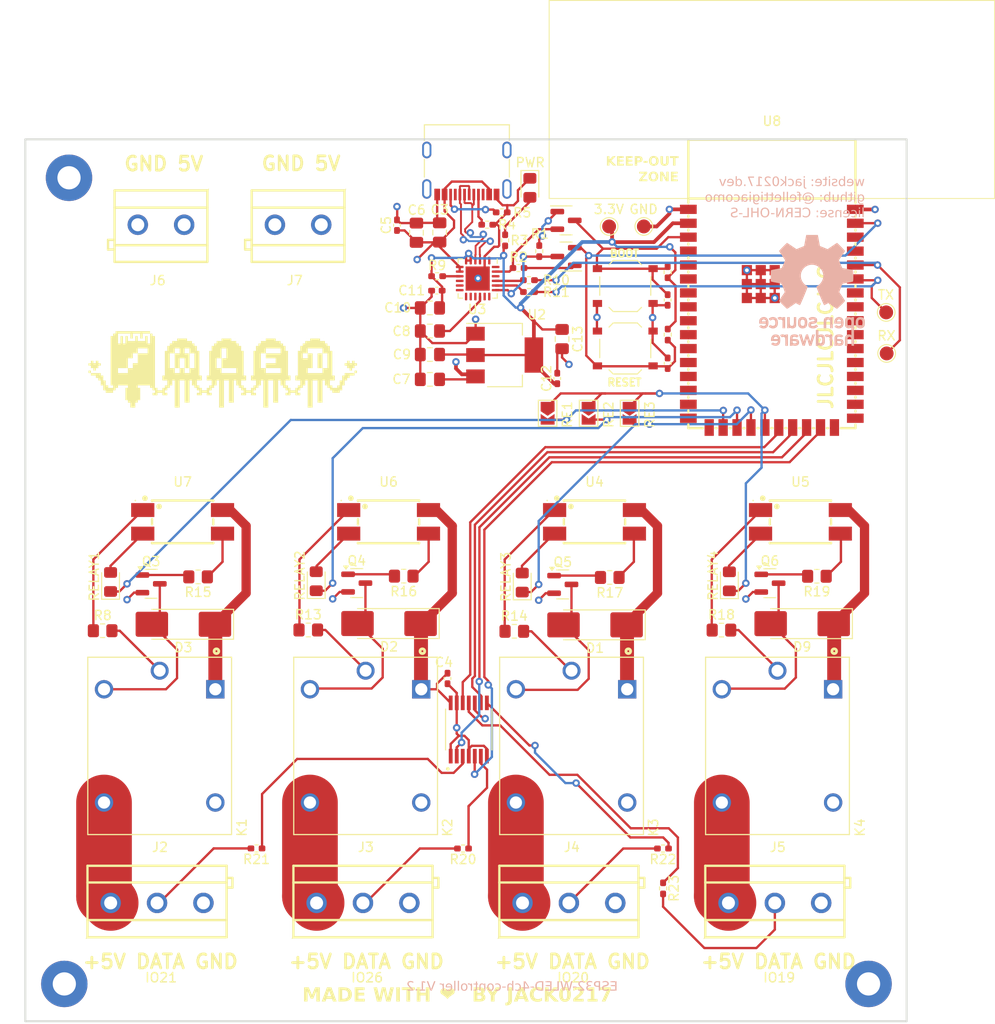
<source format=kicad_pcb>
(kicad_pcb (version 20240108) (generator "pcbnew") (generator_version "8.0")
  (layers (0 "F.Cu" signal "Front") (1 "In1.Cu" signal) (2 "In2.Cu" signal) (31 "B.Cu" signal "Back") (34 "B.Paste" user) (35 "F.Paste" user) (36 "B.SilkS" user "B.Silkscreen") (37 "F.SilkS" user "F.Silkscreen") (38 "B.Mask" user) (39 "F.Mask" user) (44 "Edge.Cuts" user))
  (net 0 "")
  (net 1 "/EN")
  (net 2 "GND")
  (net 3 "/IO0")
  (net 4 "+5V")
  (net 5 "/RELAY1")
  (net 6 "Net-(U3-VPP)")
  (net 7 "+3.3V")
  (net 8 "Net-(3.3V-PWR1-A)")
  (net 9 "Net-(RELAY1-A)")
  (net 10 "Net-(D9-A)")
  (net 11 "Net-(J1-CC1)")
  (net 13 "Net-(J1-CC2)")
  (net 15 "/STRIP1_5V")
  (net 16 "/BDATA_STRIP1")
  (net 17 "/STRIP2_5V")
  (net 18 "/BDATA_STRIP2")
  (net 19 "/STRIP3_5V")
  (net 20 "/BDATA_STRIP3")
  (net 21 "/STRIP4_5V")
  (net 22 "/BDATA_STRIP4")
  (net 23 "Net-(Q1-B)")
  (net 24 "/DTR")
  (net 25 "Net-(Q2-B)")
  (net 26 "/RTS")
  (net 27 "Net-(Q3-B)")
  (net 28 "Net-(R8-Pad1)")
  (net 29 "Net-(U3-~{RST})")
  (net 30 "Net-(U3-TXD)")
  (net 31 "/TX")
  (net 32 "Net-(U3-RXD)")
  (net 33 "/RX")
  (net 34 "Net-(R15-Pad1)")
  (net 35 "Net-(U9-2Y)")
  (net 36 "Net-(U9-1Y)")
  (net 37 "Net-(U9-3Y)")
  (net 38 "Net-(U9-4Y)")
  (net 39 "/D+")
  (net 40 "/D-")
  (net 52 "/STRIP1")
  (net 53 "/STRIP2")
  (net 54 "/STRIP3")
  (net 55 "/STRIP4")
  (net 60 "Net-(D1-A)")
  (net 61 "Net-(D2-A)")
  (net 62 "Net-(D3-A)")
  (net 64 "unconnected-(J1-SHIELD-PadS1)_0")
  (net 69 "/RELAY4")
  (net 83 "/RELAY3")
  (net 90 "/RELAY2")
  (net 95 "Net-(Q4-B)")
  (net 96 "Net-(Q5-B)")
  (net 97 "Net-(Q6-B)")
  (net 98 "Net-(R13-Pad1)")
  (net 99 "Net-(R14-Pad1)")
  (net 100 "Net-(R16-Pad1)")
  (net 101 "Net-(R17-Pad1)")
  (net 102 "Net-(R18-Pad1)")
  (net 103 "Net-(R19-Pad1)")
  (net 104 "Net-(RELAY2-A)")
  (net 105 "Net-(RELAY3-A)")
  (net 106 "Net-(RELAY4-A)")
  (footprint "Resistor_SMD:R_0805_2012Metric_Pad1.20x1.40mm_HandSolder" (layer "F.Cu") (at 39.86 68.04 180)
    (property "Reference" "R15")
    (property "Value" "1K")
  )
  (footprint "Package_TO_SOT_SMD:SOT-23" (layer "F.Cu") (at 79.525 29.64)
    (property "Reference" "Q1" (hide yes))
    (property "Value" "SS8050")
  )
  (footprint "Capacitor_SMD:C_0805_2012Metric_Pad1.18x1.45mm_HandSolder" (layer "F.Cu") (at 64.851029 41.555 180)
    (property "Reference" "C8")
    (property "Value" "4u7")
  )
  (footprint "LED_SMD:LED_0805_2012Metric_Pad1.15x1.40mm_HandSolder" (layer "F.Cu") (at 75.63 26.13 -90)
    (property "Reference" "3.3V-PWR1" (hide yes))
    (property "Value" "RED_LED")
  )
  (footprint "Diode_SMD:D_MELF_Handsoldering" (layer "F.Cu") (at 104.985 73.0775 180)
    (property "Reference" "D9")
    (property "Value" "C7420350")
  )
  (footprint "Resistor_SMD:R_0805_2012Metric_Pad1.20x1.40mm_HandSolder" (layer "F.Cu") (at 62.03 67.96 180)
    (property "Reference" "R16")
    (property "Value" "1K")
  )
  (footprint "LED_SMD:LED_0805_2012Metric_Pad1.15x1.40mm_HandSolder" (layer "F.Cu") (at 97.135 68.52 90)
    (property "Reference" "RELAY4")
    (property "Value" "RED_LED")
  )
  (footprint "TestPoint:TestPoint_Pad_D1.5mm" (layer "F.Cu") (at 114.09 43.97)
    (property "Reference" "RX1" (hide yes))
    (property "Value" "TestPoint")
  )
  (footprint "Jumper:SolderJumper-2_P1.3mm_Open_TrianglePad1.0x1.5mm" (layer "F.Cu") (at 77.54 50.415 -90)
    (property "Reference" "JP3")
    (property "Value" "SolderJumper_2_Bridged")
  )
  (footprint "Package_DFN_QFN:QFN-24-1EP_4x4mm_P0.5mm_EP2.6x2.6mm" (layer "F.Cu") (at 70.001029 35.905 -90)
    (property "Reference" "U3")
    (property "Value" "CP2104")
  )
  (footprint "lib:wled-logo" (layer "F.Cu") (at 42.52 45.695)
    (property "Reference" "G***1" (hide yes))
    (property "Value" "LOGO" (hide yes))
  )
  (footprint "Resistor_SMD:R_0805_2012Metric_Pad1.20x1.40mm_HandSolder" (layer "F.Cu") (at 84.24 68.1025 180)
    (property "Reference" "R17")
    (property "Value" "1K")
  )
  (footprint "Package_TO_SOT_SMD:SOT-223-3_TabPin2" (layer "F.Cu") (at 72.91 44.145)
    (property "Reference" "U2")
    (property "Value" "AMS1117-3.3")
  )
  (footprint "Capacitor_SMD:C_0805_2012Metric_Pad1.18x1.45mm_HandSolder" (layer "F.Cu") (at 64.851029 39.07 180)
    (property "Reference" "C10")
    (property "Value" "22u")
  )
  (footprint "Capacitor_SMD:C_0402_1005Metric_Pad0.74x0.62mm_HandSolder" (layer "F.Cu") (at 90.48 45.03 90)
    (property "Reference" "C1" (hide yes))
    (property "Value" "100nF")
  )
  (footprint "lib:CONN-TH_P5.00_KF301-5.0-2P" (layer "F.Cu") (at 35.86 30.11 180)
    (property "Reference" "J6")
    (property "Value" "Screw_Terminal_01x02")
  )
  (footprint "Resistor_SMD:R_0402_1005Metric_Pad0.72x0.64mm_HandSolder" (layer "F.Cu") (at 72.96 31.7875 90)
    (property "Reference" "R3")
    (property "Value" "1K")
  )
  (footprint "Resistor_SMD:R_0402_1005Metric_Pad0.72x0.64mm_HandSolder" (layer "F.Cu") (at 89.9775 97.3 180)
    (property "Reference" "R22")
    (property "Value" "100R")
  )
  (footprint "Resistor_SMD:R_0805_2012Metric_Pad1.20x1.40mm_HandSolder" (layer "F.Cu") (at 106.57 67.9725 180)
    (property "Reference" "R19")
    (property "Value" "1K")
  )
  (footprint "lib:RELAY_SRD-05VDC-SL-C" (layer "F.Cu") (at 80.12 86.245 -90)
    (property "Reference" "K3")
    (property "Value" "SRD-05VDC-SL-C")
  )
  (footprint "Resistor_SMD:R_0402_1005Metric_Pad0.72x0.64mm_HandSolder" (layer "F.Cu") (at 46.1575 97.29 180)
    (property "Reference" "R21")
    (property "Value" "100R")
  )
  (footprint "Resistor_SMD:R_0805_2012Metric_Pad1.20x1.40mm_HandSolder" (layer "F.Cu") (at 51.74 73.76)
    (property "Reference" "R13")
    (property "Value" "1K")
  )
  (footprint "Diode_SMD:D_MELF_Handsoldering" (layer "F.Cu") (at 82.655 73.2075 180)
    (property "Reference" "D1")
    (property "Value" "C7420350")
  )
  (footprint "Resistor_SMD:R_0402_1005Metric_Pad0.72x0.64mm_HandSolder" (layer "F.Cu") (at 90.49 41.94 -90)
    (property "Reference" "R6" (hide yes))
    (property "Value" "1K")
  )
  (footprint "Jumper:SolderJumper-2_P1.3mm_Open_TrianglePad1.0x1.5mm" (layer "F.Cu") (at 81.96 50.415 -90)
    (property "Reference" "JP2")
    (property "Value" "SolderJumper_2_Bridged")
  )
  (footprint "lib:CONN-TH_3P-P5.00_KF301-5.0-3P" (layer "F.Cu") (at 57.636003 103.160003)
    (property "Reference" "J3")
    (property "Value" "Screw_Terminal_01x03")
  )
  (footprint "TestPoint:TestPoint_Pad_D1.5mm" (layer "F.Cu") (at 87.91 30.29)
    (property "Reference" "GND1" (hide yes))
    (property "Value" "TestPoint")
  )
  (footprint "Resistor_SMD:R_0402_1005Metric_Pad0.72x0.64mm_HandSolder" (layer "F.Cu") (at 90.48 35.2225 90)
    (property "Reference" "R7" (hide yes))
    (property "Value" "1K")
  )
  (footprint "lib:OPTO-SMD-4_L4.6-W6.5-P2.54-LS10.3-TL" (layer "F.Cu") (at 104.795 62.11)
    (property "Reference" "U5")
    (property "Value" "EL817")
  )
  (footprint "Package_TO_SOT_SMD:SOT-23" (layer "F.Cu") (at 79.53 33.53 180)
    (property "Reference" "Q2" (hide yes))
    (property "Value" "SS8050")
  )
  (footprint "TestPoint:TestPoint_Pad_D1.5mm" (layer "F.Cu") (at 114.04 39.55)
    (property "Reference" "TX1" (hide yes))
    (property "Value" "TestPoint")
  )
  (footprint "Resistor_SMD:R_0402_1005Metric_Pad0.72x0.64mm_HandSolder" (layer "F.Cu") (at 72.59 28.775)
    (property "Reference" "R5")
    (property "Value" "5K1")
  )
  (footprint "TestPoint:TestPoint_Pad_D1.5mm" (layer "F.Cu") (at 84.17 30.29)
    (property "Reference" "3V3" (hide yes))
    (property "Value" "TestPoint")
  )
  (footprint "lib:RELAY_SRD-05VDC-SL-C" (layer "F.Cu") (at 102.32 86.245 -90)
    (property "Reference" "K4")
    (property "Value" "SRD-05VDC-SL-C")
  )
  (footprint "lib:RELAY_SRD-05VDC-SL-C" (layer "F.Cu") (at 35.72 86.245 -90)
    (property "Reference" "K1")
    (property "Value" "SRD-05VDC-SL-C")
  )
  (footprint "lib:SOP65P640X120-14N" (layer "F.Cu") (at 69.04 84.48 90)
    (property "Reference" "U9" (hide yes))
    (property "Value" "SN74AHCT125PWR")
  )
  (footprint "lib:CONN-TH_3P-P5.00_KF301-5.0-3P" (layer "F.Cu") (at 79.836003 103.160003)
    (property "Reference" "J4")
    (property "Value" "Screw_Terminal_01x03")
  )
  (footprint "Capacitor_SMD:C_0402_1005Metric_Pad0.74x0.62mm_HandSolder" (layer "F.Cu") (at 90.48 38.2125 -90)
    (property "Reference" "C2" (hide yes))
    (property "Value" "100nF")
  )
  (footprint "MountingHole:MountingHole_2.5mm_Pad" (layer "F.Cu") (at 25.945 25.05)
    (property "Reference" "H6" (hide yes))
    (property "Value" "MountingHole_Pad")
  )
  (footprint "MountingHole:MountingHole_2.5mm_Pad" (layer "F.Cu") (at 25.44 111.885)
    (property "Reference" "H7" (hide yes))
    (property "Value" "MountingHole_Pad")
  )
  (footprint "lib:CONN-TH_P5.00_KF301-5.0-2P" (layer "F.Cu") (at 50.64 30.11 180)
    (property "Reference" "J7")
    (property "Value" "Screw_Terminal_01x02")
  )
  (footprint "lib:CONN-TH_3P-P5.00_KF301-5.0-3P" (layer "F.Cu") (at 102.036003 103.160003)
    (property "Reference" "J5")
    (property "Value" "Screw_Terminal_01x03")
  )
  (footprint "Connector_USB:USB_C_Receptacle_G-Switch_GT-USB-7010ASV" (layer "F.Cu") (at 68.835 23.13 180)
    (property "Reference" "J1" (hide yes))
    (property "Value" "USB_C_Receptacle_USB2.0_16P")
  )
  (footprint "Jumper:SolderJumper-2_P1.3mm_Open_TrianglePad1.0x1.5mm" (layer "F.Cu") (at 86.38 50.415 -90)
    (property "Reference" "JP1")
    (property "Value" "SolderJumper_2_Bridged")
  )
  (footprint "lib:OPTO-SMD-4_L4.6-W6.5-P2.54-LS10.3-TL" (layer "F.Cu") (at 60.395 62.11)
    (property "Reference" "U6")
    (property "Value" "EL817")
  )
  (footprint "Resistor_SMD:R_0805_2012Metric_Pad1.20x1.40mm_HandSolder" (layer "F.Cu") (at 29.57 73.84)
    (property "Reference" "R8")
    (property "Value" "1K")
  )
  (footprint "Resistor_SMD:R_0402_1005Metric_Pad0.72x0.64mm_HandSolder" (layer "F.Cu") (at 75.526029 36.08)
    (property "Reference" "R10")
    (property "Value" "22R")
  )
  (footprint "lib:RELAY_SRD-05VDC-SL-C" (layer "F.Cu") (at 57.92 86.245 -90)
    (property "Reference" "K2")
    (property "Value" "SRD-05VDC-SL-C")
  )
  (footprint "lib:OPTO-SMD-4_L4.6-W6.5-P2.54-LS10.3-TL" (layer "F.Cu") (at 38.195 62.11)
    (property "Reference" "U7")
    (property "Value" "EL817")
  )
  (footprint "Diode_SMD:D_MELF_Handsoldering" (layer "F.Cu") (at 38.275 73.145 180)
    (property "Reference" "D3")
    (property "Value" "C7420350")
  )
  (footprint "lib:CONN-TH_3P-P5.00_KF301-5.0-3P" (layer "F.Cu") (at 35.436003 103.160003)
    (property "Reference" "J2")
    (property "Value" "Screw_Terminal_01x03")
  )
  (footprint "Resistor_SMD:R_0402_1005Metric_Pad0.72x0.64mm_HandSolder" (layer "F.Cu") (at 68.42 97.3 180)
    (property "Reference" "R20")
    (property "Value" "100R")
  )
  (footprint "Package_TO_SOT_SMD:SOT-23" (layer "F.Cu") (at 101.505 68.72)
    (property "Reference" "Q6")
    (property "Value" "SS8050")
  )
  (footprint "Resistor_SMD:R_0402_1005Metric_Pad0.72x0.64mm_HandSolder" (layer "F.Cu") (at 76.64 32.95 90)
    (property "Reference" "R1")
    (property "Value" "10K")
  )
  (footprint "lib:WIFI-SMD_ESP32-S2-WROVER-I" (layer "F.Cu") (at 101.71 40.2)
    (property "Reference" "U8")
    (property "Value" "ESP32-S2-WROOM-1-N4(4MB)")
  )
  (footprint "LED_SMD:LED_0805_2012Metric_Pad1.15x1.40mm_HandSolder" (layer "F.Cu") (at 74.805 68.65 90)
    (property "Reference" "RELAY3")
    (property "Value" "RED_LED")
  )
  (footprint "Button_Switch_SMD:SW_Push_1P1T_XKB_TS-1187A" (layer "F.Cu") (at 85.91 36.71 180)
    (property "Reference" "SW2")
    (property "Value" "SW_SPST")
  )
  (footprint "Resistor_SMD:R_0402_1005Metric_Pad0.72x0.64mm_HandSolder" (layer "F.Cu") (at 74.4 34.77)
    (property "Reference" "R2")
    (property "Value" "10K")
  )
  (footprint "Resistor_SMD:R_0402_1005Metric_Pad0.72x0.64mm_HandSolder" (layer "F.Cu") (at 71.028529 30.105)
    (property "Reference" "R4")
    (property "Value" "5K1")
  )
  (footprint "Diode_SMD:D_MELF_Handsoldering" (layer "F.Cu") (at 60.445 73.065 180)
    (property "Reference" "D2")
    (property "Value" "C7420350")
  )
  (footprint "Resistor_SMD:R_0402_1005Metric_Pad0.72x0.64mm_HandSolder" (layer "F.Cu") (at 65.628529 35.655)
    (property "Reference" "R9")
    (property "Value" "10K")
  )
  (footprint "Resistor_SMD:R_0402_1005Metric_Pad0.72x0.64mm_HandSolder" (layer "F.Cu") (at 75.526029 37.355)
    (property "Reference" "R11")
    (property "Value" "22R")
  )
  (footprint "Capacitor_SMD:C_0805_2012Metric_Pad1.18x1.45mm_HandSolder" (layer "F.Cu") (at 65.901029 30.9425 90)
    (property "Reference" "C3")
    (property "Value" "22u")
  )
  (footprint "lib:OPTO-SMD-4_L4.6-W6.5-P2.54-LS10.3-TL" (layer "F.Cu") (at 82.595 62.11)
    (property "Reference" "U4")
    (property "Value" "EL817")
  )
  (footprint "Capacitor_SMD:C_0805_2012Metric_Pad1.18x1.45mm_HandSolder" (layer "F.Cu") (at 79.1 42.425 -90)
    (property "Reference" "C13")
    (property "Value" "22u")
  )
  (footprint "Capacitor_SMD:C_0805_2012Metric_Pad1.18x1.45mm_HandSolder" (layer "F.Cu") (at 64.851029 46.765 180)
    (property "Reference" "C7")
    (property "Value" "22u")
  )
  (footprint "LED_SMD:LED_0805_2012Metric_Pad1.15x1.40mm_HandSolder" (layer "F.Cu") (at 30.425 68.5875 90)
    (property "Reference" "RELAY1")
    (property "Value" "RED_LED")
  )
  (footprint "Resistor_SMD:R_0805_2012Metric_Pad1.20x1.40mm_HandSolder" (layer "F.Cu") (at 73.95 73.9025)
    (property "Reference" "R14")
    (property "Value" "1K")
  )
  (footprint "Resistor_SMD:R_0805_2012Metric_Pad1.20x1.40mm_HandSolder" (layer "F.Cu") (at 96.28 73.7725)
    (property "Reference" "R18")
    (property "Value" "1K")
  )
  (footprint "Capacitor_SMD:C_0402_1005Metric_Pad0.74x0.62mm_HandSolder" (layer "F.Cu") (at 66.75 78.9825 90)
    (property "Reference" "C4")
    (property "Value" "100nF")
  )
  (footprint "Package_TO_SOT_SMD:SOT-23" (layer "F.Cu") (at 56.965 68.7075)
    (property "Reference" "Q4")
    (property "Value" "SS8050")
  )
  (footprint "Button_Switch_SMD:SW_Push_1P1T_XKB_TS-1187A" (layer "F.Cu") (at 85.91 43.435)
    (property "Reference" "SW1")
    (property "Value" "SW_SPST")
  )
  (footprint "Resistor_SMD:R_0402_1005Metric_Pad0.72x0.64mm_HandSolder" (layer "F.Cu") (at 89.99 101.5925 -90)
    (property "Reference" "R23")
    (property "Value" "100R")
  )
  (footprint "Capacitor_SMD:C_0402_1005Metric_Pad0.74x0.62mm_HandSolder" (layer "F.Cu") (at 78.58 46.665 90)
    (property "Reference" "C12")
    (property "Value" "100nF")
  )
  (footprint "Capacitor_SMD:C_0805_2012Metric_Pad1.18x1.45mm_HandSolder" (layer "F.Cu") (at 63.401029 30.9675 90)
    (property "Reference" "C6")
    (property "Value" "4u7")
  )
  (footprint "Package_TO_SOT_SMD:SOT-23" (layer "F.Cu") (at 79.175 68.85)
    (property "Reference" "Q5")
    (property "Value" "SS8050")
  )
  (footprint "Capacitor_SMD:C_0402_1005Metric_Pad0.74x0.62mm_HandSolder" (layer "F.Cu") (at 61.3 30.155 90)
    (property "Reference" "C5")
    (property "Value" "100nF")
  )
  (footprint "Package_TO_SOT_SMD:SOT-23" (layer "F.Cu") (at 34.795 68.7875)
    (property "Reference" "Q3")
    (property "Value" "SS8050")
  )
  (footprint "LED_SMD:LED_0805_2012Metric_Pad1.15x1.40mm_HandSolder" (layer "F.Cu") (at 52.595 68.5075 90)
    (property "Reference" "RELAY2")
    (property "Value" "RED_LED")
  )
  (footprint "MountingHole:MountingHole_2.5mm_Pad" (layer "F.Cu") (at 112.14 111.885)
    (property "Reference" "H8" (hide yes))
    (property "Value" "MountingHole_Pad")
  )
  (footprint "Capacitor_SMD:C_0402_1005Metric_Pad0.74x0.62mm_HandSolder" (layer "F.Cu") (at 65.601029 37.205 180)
    (property "Reference" "C11")
    (property "Value" "100nF")
  )
  (footprint "Capacitor_SMD:C_0805_2012Metric_Pad1.18x1.45mm_HandSolder" (layer "F.Cu") (at 64.851029 44.09 180)
    (property "Reference" "C9")
    (property "Value" "22u")
  )
  (footprint "Symbol:OSHW-Logo_11.4x12mm_SilkScreen" (layer "B.Cu") (at 106.058246 37.17 180)
    (property "Reference" "REF**1" (hide yes))
    (property "Value" "OSHW-Logo_11.4x12mm_SilkScreen" (hide yes))
  )
  (gr_line (start 21.24 20.91) (end 116.24 20.91) (stroke (width 0.2)) (layer "Edge.Cuts"))
  (gr_line (start 21.24 20.91) (end 21.24 115.91) (stroke (width 0.2)) (layer "Edge.Cuts"))
  (gr_line (start 116.24 115.91) (end 21.24 115.91) (stroke (width 0.2)) (layer "Edge.Cuts"))
  (gr_line (start 116.24 20.91) (end 116.24 115.91) (stroke (width 0.2)) (layer "Edge.Cuts"))
  (gr_text "website: jack0217.dev\ngithub: @fellettigiacomo\nlicense: CERN-OHL-S" (at 111.74 29.47 0) (layer "B.SilkS") (effects (font (size 1 1)) (justify left bottom mirror)))
  (gr_text "ESP32-WLED-4ch-controller V1.2" (at 85.104759 112.78 0) (layer "B.SilkS") (effects (font (size 1 1)) (justify left bottom mirror)))
  (gr_text "❤️" (at 65.8665 113.96 0) (layer "F.SilkS") (effects (font (size 1.5 1.5) (thickness 0.3) (bold yes)) (justify left bottom)))
  (gr_text "IO21" (at 34.062143 111.79 0) (layer "F.SilkS") (effects (font (size 1 1)) (justify left bottom)))
  (gr_text "BOOT" (at 84.147143 33.67 0) (layer "F.SilkS") (effects (font (size 0.8 0.8) (thickness 0.2) (bold yes)) (justify left bottom)))
  (gr_text "+5V DATA GND" (at 27.28 110.355 0) (layer "F.SilkS") (effects (font (size 1.5 1.5) (thickness 0.3) (bold yes)) (justify left bottom)))
  (gr_text "PWR" (at 73.99 23.99 0) (layer "F.SilkS") (effects (font (size 1 1)) (justify left bottom)))
  (gr_text "RE3" (at 89.14 52.09 90) (layer "F.SilkS") (effects (font (size 1 1)) (justify left bottom)))
  (gr_text "RESET" (at 83.880476 47.56 0) (layer "F.SilkS") (effects (font (size 0.8 0.8) (thickness 0.2) (bold yes)) (justify left bottom)))
  (gr_text "KEEP-OUT\nZONE" (at 91.67 25.59 0) (layer "F.SilkS") (effects (font (size 1 1) (thickness 0.25) (bold yes)) (justify right bottom)))
  (gr_text "GND 5V" (at 31.75 24.42 0) (layer "F.SilkS") (effects (font (size 1.5 1.5) (thickness 0.3) (bold yes)) (justify left bottom)))
  (gr_text "3.3V" (at 82.425953 29.03 0) (layer "F.SilkS") (effects (font (size 1 1)) (justify left bottom)))
  (gr_text "IO26" (at 56.272143 111.79 0) (layer "F.SilkS") (effects (font (size 1 1)) (justify left bottom)))
  (gr_text "IO19" (at 100.692143 111.79 0) (layer "F.SilkS") (effects (font (size 1 1)) (justify left bottom)))
  (gr_text "+5V DATA GND" (at 71.7 110.355 0) (layer "F.SilkS") (effects (font (size 1.5 1.5) (thickness 0.3) (bold yes)) (justify left bottom)))
  (gr_text "+5V DATA GND" (at 93.91 110.355 0) (layer "F.SilkS") (effects (font (size 1.5 1.5) (thickness 0.3) (bold yes)) (justify left bottom)))
  (gr_text "GND" (at 86.261191 29.03 0) (layer "F.SilkS") (effects (font (size 1 1)) (justify left bottom)))
  (gr_text "MADE WITH      BY JACK0217" (at 51.0915 114.035 0) (layer "F.SilkS") (effects (font (size 1.5 1.5) (thickness 0.3) (bold yes)) (justify left bottom)))
  (gr_text "IO20" (at 78.482143 111.79 0) (layer "F.SilkS") (effects (font (size 1 1)) (justify left bottom)))
  (gr_text "JLCJLCJLCJLC" (at 108.4 50.12 90) (layer "F.SilkS") (effects (font (size 1.5 1.5) (thickness 0.3) (bold yes)) (justify left bottom)))
  (gr_text "+5V DATA GND" (at 49.49 110.355 0) (layer "F.SilkS") (effects (font (size 1.5 1.5) (thickness 0.3) (bold yes)) (justify left bottom)))
  (gr_text "TX" (at 113.057857 38.24 0) (layer "F.SilkS") (effects (font (size 1 1)) (justify left bottom)))
  (gr_text "RE2" (at 84.71 52.09 90) (layer "F.SilkS") (effects (font (size 1 1)) (justify left bottom)))
  (gr_text "RE1" (at 80.25 52.09 90) (layer "F.SilkS") (effects (font (size 1 1)) (justify left bottom)))
  (gr_text "GND 5V" (at 46.55 24.39 0) (layer "F.SilkS") (effects (font (size 1.5 1.5) (thickness 0.3) (bold yes)) (justify left bottom)))
  (gr_text "RX" (at 112.98881 42.65 0) (layer "F.SilkS") (effects (font (size 1 1)) (justify left bottom)))
  (segment (start 110.720064 29.94) (end 110.71 29.950064) (width 0.25) (layer "F.Cu") (net 1))
  (segment (start 88.865 45.36) (end 88.86 45.355) (width 0.25) (layer "F.Cu") (net 1))
  (segment (start 82.86 45.355) (end 81.71 44.205) (width 0.25) (layer "F.Cu") (net 1))
  (segment (start 81.71 44.205) (end 81.71 33.69) (width 0.25) (layer "F.Cu") (net 1))
  (segment (start 88.86 45.355) (end 82.86 45.355) (width 0.25) (layer "F.Cu") (net 1))
  (segment (start 90.48 45.5975) (end 90.2425 45.36) (width 0.25) (layer "F.Cu") (net 1))
  (segment (start 81.71 33.69) (end 81.97 33.43) (width 0.25) (layer "F.Cu") (net 1))
  (segment (start 80.4675 32.58) (end 81.12 32.58) (width 0.25) (layer "F.Cu") (net 1))
  (segment (start 113.13 29.94) (end 110.720064 29.94) (width 0.25) (layer "F.Cu") (net 1))
  (segment (start 90.48 45.5975) (end 91.26 44.8175) (width 0.25) (layer "F.Cu") (net 1))
  (segment (start 91.26 43.3075) (end 90.49 42.5375) (width 0.25) (layer "F.Cu") (net 1))
  (segment (start 90.2425 45.36) (end 88.865 45.36) (width 0.25) (layer "F.Cu") (net 1))
  (segment (start 81.12 32.58) (end 81.97 33.43) (width 0.25) (layer "F.Cu") (net 1))
  (segment (start 91.26 44.8175) (end 91.26 43.3075) (width 0.25) (layer "F.Cu") (net 1))
  (via (at 113.13 29.94) (size 0.8) (drill 0.4) (layers "F.Cu" "B.Cu") (net 1))
  (via (at 81.97 33.43) (size 0.8) (drill 0.4) (layers "F.Cu" "B.Cu") (net 1))
  (segment (start 109.64 33.43) (end 113.13 29.94) (width 0.25) (layer "B.Cu") (net 1))
  (segment (start 81.97 33.43) (end 109.64 33.43) (width 0.25) (layer "B.Cu") (net 1))
  (segment (start 69.69 81.61) (end 69.69 82.39818) (width 0.25) (layer "F.Cu") (net 2))
  (segment (start 56.0275 69.6575) (end 55.1225 69.6575) (width 0.25) (layer "F.Cu") (net 2))
  (segment (start 63.813529 46.765) (end 63.813529 44.82) (width 0.25) (layer "F.Cu") (net 2))
  (segment (start 72.315 30.306544) (end 72.113456 30.105) (width 0.25) (layer "F.Cu") (net 2))
  (segment (start 61.668529 29.93) (end 61.326029 29.5875) (width 0.25) (layer "F.Cu") (net 2))
  (segment (start 70.604167 83.312347) (end 70.807653 83.312347) (width 0.25) (layer "F.Cu") (net 2))
  (segment (start 74.34 27.55) (end 74.34 26.395) (width 0.25) (layer "F.Cu") (net 2))
  (segment (start 99.6625 69.67) (end 98.91 70.4225) (width 0.25) (layer "F.Cu") (net 2))
  (segment (start 65.865 29.905) (end 65.85 29.89) (width 0.25) (layer "F.Cu") (net 2))
  (segment (start 65.635 29.638971) (end 65.635 26.855) (width 0.25) (layer "F.Cu") (net 2))
  (segment (start 73.1875 28.775) (end 71.8575 30.105) (width 0.25) (layer "F.Cu") (net 2))
  (segment (start 71.775382 32.480907) (end 72.185489 32.480907) (width 0.25) (layer "F.Cu") (net 2))
  (segment (start 70.66818 86.24) (end 70.99 86.56182) (width 0.25) (layer "F.Cu") (net 2))
  (segment (start 102.020135 37.999848) (end 102.020135 34.999848) (width 0.25) (layer "F.Cu") (net 2))
  (segment (start 70.751029 33.50526) (end 71.775382 32.480907) (width 0.25) (layer "F.Cu") (net 2))
  (segment (start 73.1875 28.0075) (end 73.8825 28.0075) (width 0.25) (layer "F.Cu") (net 2))
  (segment (start 72.113456 30.105) (end 71.626029 30.105) (width 0.25) (layer "F.Cu") (net 2))
  (segment (start 78.58 46.0975) (end 78.58 43.9825) (width 0.25) (layer "F.Cu") (net 2))
  (segment (start 69.36182 86.24) (end 70.66818 86.24) (width 0.25) (layer "F.Cu") (net 2))
  (segment (start 79.1 43.4625) (end 79.1 44.41) (width 0.25) (layer "F.Cu") (net 2))
  (segment (start 67.969695 85.155) (end 67.74 84.925305) (width 0.25) (layer "F.Cu") (net 2))
  (segment (start 68.745 42.86) (end 69.76 41.845) (width 0.25) (layer "F.Cu") (net 2))
  (segment (start 69.04 87.35) (end 69.04 86.56182) (width 0.25) (layer "F.Cu") (net 2))
  (segment (start 88.86 41.605) (end 88.86 42.83) (width 0.25) (layer "F.Cu") (net 2))
  (segment (start 90.67 28.449936) (end 90.67 28.92) (width 0.4) (layer "F.Cu") (net 2))
  (segment (start 90.67 28.92) (end 89.3 30.29) (width 0.4) (layer "F.Cu") (net 2))
  (segment (start 112.84 28.46) (end 110.8 28.46) (width 0.4) (layer "F.Cu") (net 2))
  (segment (start 61.326029 29.5875) (end 61.326029 28.176029) (width 0.25) (layer "F.Cu") (net 2))
  (segment (start 99.020135 34.999848) (end 102.020135 34.999848) (width 0.25) (layer "F.Cu") (net 2))
  (segment (start 93.270223 28.449936) (end 92.71 28.449936) (width 0.25) (layer "F.Cu") (net 2))
  (segment (start 69.04 85.624695) (end 68.570305 85.155) (width 0.25) (layer "F.Cu") (net 2))
  (segment (start 65.835 29.905) (end 63.426029 29.905) (width 0.25) (layer "F.Cu") (net 2))
  (segment (start 90.48 44.45) (end 90.48 44.4625) (width 0.25) (layer "F.Cu") (net 2))
  (segment (start 72.035 27.355) (end 72.035 26.855) (width 0.25) (layer "F.Cu") (net 2))
  (segment (start 69.78 40.29) (end 69.78 41.825) (width 0.25) (layer "F.Cu") (net 2))
  (segment (start 78.2375 69.8) (end 77.3325 69.8) (width 0.25) (layer "F.Cu") (net 2))
  (segment (start 89.045 38.78) (end 88.86 38.595) (width 0.25) (layer "F.Cu") (net 2))
  (segment (start 68.570305 85.155) (end 67.969695 85.155) (width 0.25) (layer "F.Cu") (net 2))
  (segment (start 67.09 86.034695) (end 67.09 87.35) (width 0.25) (layer "F.Cu") (net 2))
  (segment (start 70.751029 33.9675) (end 70.751029 35.155) (width 0.25) (layer "F.Cu") (net 2))
  (segment (start 70.04 35.866029) (end 70.04 35.88) (width 0.25) (layer "F.Cu") (net 2))
  (segment (start 63.813529 44.82) (end 63.813529 41.555) (width 0.25) (layer "F.Cu") (net 2))
  (segment (start 77.3325 69.8) (end 76.58 70.5525) (width 0.25) (layer "F.Cu") (net 2))
  (segment (start 33.8575 69.7375) (end 32.9525 69.7375) (width 0.25) (layer "F.Cu") (net 2))
  (segment (start 66.75 79.55) (end 67.74 80.54) (width 0.254) (layer "F.Cu") (net 2))
  (segment (start 65.033529 37.86) (end 63.813529 39.08) (width 0.25) (layer "F.Cu") (net 2))
  (segment (start 69.04 86.56182) (end 69.36182 86.24) (width 0.25) (layer "F.Cu") (net 2))
  (segment (start 67.74 84.925305) (end 67.74 84.29) (width 0.25) (layer "F.Cu") (net 2))
  (segment (start 72.315 32.351396) (end 72.315 30.306544) (width 0.25) (layer "F.Cu") (net 2))
  (segment (start 72.6875 28.0075) (end 72.035 27.355) (width 0.25) (layer "F.Cu") (net 2))
  (segment (start 63.813529 41.555) (end 65.118529 42.86) (width 0.25) (layer "F.Cu") (net 2))
  (segment (start 62 39.07) (end 63.813529 39.07) (width 0.254) (layer "F.Cu") (net 2))
  (segment (start 70.026029 35.88) (end 70.001029 35.905) (width 0.25) (layer "F.Cu") (net 2))
  (segment (start 88.86 42.83) (end 90.48 44.45) (width 0.25) (layer "F.Cu") (net 2))
  (segment (start 71.8575 30.105) (end 71.626029 30.105) (width 0.25) (layer "F.Cu") (net 2))
  (segment (start 63.813529 41.555) (end 63.813529 39.08) (width 0.25) (layer "F.Cu") (net 2))
  (segment (start 67.74 80.54) (end 67.74 81.61) (width 0.254) (layer "F.Cu") (net 2))
  (segment (start 67.74 84.29) (end 67.74 81.61) (width 0.25) (layer "F.Cu") (net 2))
  (segment (start 69.04 86.56182) (end 69.04 85.624695) (width 0.25) (layer "F.Cu") (net 2))
  (segment (start 74.34 26.395) (end 75.63 25.105) (width 0.25) (layer "F.Cu") (net 2))
  (segment (start 100.520008 34.999848) (end 100.520008 37.999848) (width 0.25) (layer "F.Cu") (net 2))
  (segment (start 89.3 30.29) (end 87.91 30.29) (width 0.4) (layer "F.Cu") (net 2))
  (segment (start 32.9525 69.7375) (end 32.2 70.49) (width 0.25) (layer "F.Cu") (net 2))
  (segment (start 70.99 86.56182) (end 70.99 87.35) (width 0.25) (layer "F.Cu") (net 2))
  (segment (start 99.020135 37.999848) (end 102.020135 37.999848) (width 0.25) (layer "F.Cu") (net 2))
  (segment (start 67.969695 85.155) (end 67.09 86.034695) (width 0.25) (layer "F.Cu") (net 2))
  (segment (start 88.86 41.605) (end 88.86 38.595) (width 0.25) (layer "F.Cu") (net 2))
  (segment (start 73.1875 28.775) (end 73.1875 28.0075) (width 0.25) (layer "F.Cu") (net 2))
  (segment (start 73.8825 28.0075) (end 74.34 27.55) (width 0.25) (layer "F.Cu") (net 2))
  (segment (start 65.118529 42.86) (end 68.745 42.86) (width 0.25) (layer "F.Cu") (net 2))
  (segment (start 65.85 29.89) (end 65.835 29.905) (width 0.25) (layer "F.Cu") (net 2))
  (segment (start 90.67 28.449936) (end 92.71 28.449936) (width 0.4) (layer "F.Cu") (net 2))
  (segment (start 90.48 38.78) (end 89.045 38.78) (width 0.25) (layer "F.Cu") (net 2))
  (segment (start 79.1 44.41) (end 79.84 45.15) (width 0.25) (layer "F.Cu") (net 2))
  (segment (start 70.04 35.88) (end 70.026029 35.88) (width 0.25) (layer "F.Cu") (net 2))
  (segment (start 63.401029 29.93) (end 61.668529 29.93) (width 0.25) (layer "F.Cu") (net 2))
  (segment (start 82.86 40.08) (end 82.86 38.595) (width 0.25) (layer "F.Cu") (net 2))
  (segment (start 65.033529 37.205) (end 65.033529 37.86) (width 0.25) (layer "F.Cu") (net 2))
  (segment (start 63.813529 44.82) (end 63.813529 44.09) (width 0.25) (layer "F.Cu") (net 2))
  (segment (start 73.1875 28.0075) (end 72.6875 28.0075) (width 0.25) (layer "F.Cu") (net 2))
  (segment (start 65.901029 29.905) (end 65.635 29.638971) (width 0.25) (layer "F.Cu") (net 2))
  (segment (start 70.751029 35.155) (end 70.04 35.866029) (width 0.25) (layer "F.Cu") (net 2))
  (segment (start 78.58 43.9825) (end 79.1 43.4625) (width 0.25) (layer "F.Cu") (net 2))
  (segment (start 82.86 41.605) (end 82.86 38.595) (width 0.25) (layer "F.Cu") (net 2))
  (segment (start 72.185489 32.480907) (end 72.315 32.351396) (width 0.25) (layer "F.Cu") (net 2))
  (segment (start 100.5675 69.67) (end 99.6625 69.67) (width 0.25) (layer "F.Cu") (net 2))
  (segment (start 65.901029 29.905) (end 65.865 29.905) (width 0.25) (layer "F.Cu") (net 2))
  (segment (start 70.751029 33.9675) (end 70.751029 33.50526) (width 0.25) (layer "F.Cu") (net 2))
  (segment (start 99.020135 37.999848) (end 99.020135 34.999848) (width 0.25) (layer "F.Cu") (net 2))
  (segment (start 63.426029 29.905) (end 63.401029 29.93) (width 0.25) (layer "F.Cu") (net 2))
  (segment (start 69.78 41.825) (end 69.76 41.845) (width 0.25) (layer "F.Cu") (net 2))
  (segment (start 55.1225 69.6575) (end 54.37 70.41) (width 0.25) (layer "F.Cu") (net 2))
  (segment (start 99.020135 36.499975) (end 102.020135 36.499975) (width 0.25) (layer "F.Cu") (net 2))
  (segment (start 61.326029 28.176029) (end 61.3 28.15) (width 0.25) (layer "F.Cu") (net 2))
  (segment (start 69.69 82.39818) (end 70.604167 83.312347) (width 0.25) (layer "F.Cu") (net 2))
  (via (at 69.78 40.29) (size 0.8) (drill 0.4) (layers "F.Cu" "B.Cu") (net 2))
  (via (at 112.84 28.46) (size 0.8) (drill 0.4) (layers "F.Cu" "B.Cu") (net 2))
  (via (at 88.86 40.11) (size 0.8) (drill 0.4) (layers "F.Cu" "B.Cu") (net 2))
  (via (at 70.04 35.88) (size 0.8) (drill 0.4) (layers "F.Cu" "B.Cu") (net 2))
  (via (at 32.2 70.49) (size 0.8) (drill 0.4) (layers "F.Cu" "B.Cu") (net 2))
  (via (at 70.807653 83.312347) (size 0.8) (drill 0.4) (layers "F.Cu" "B.Cu") (net 2))
  (via (at 79.84 45.15) (size 0.8) (drill 0.4) (layers "F.Cu" "B.Cu") (net 2))
  (via (at 90.67 28.449936) (size 0.8) (drill 0.4) (layers "F.Cu" "B.Cu") (net 2))
  (via (at 61.3 28.15) (size 0.8) (drill 0.4) (layers "F.Cu" "B.Cu") (net 2))
  (via (at 54.37 70.41) (size 0.8) (drill 0.4) (layers "F.Cu" "B.Cu") (net 2))
  (via (at 99.02 35.01) (size 0.8) (drill 0.4) (layers "F.Cu" "B.Cu") (net 2))
  (via (at 62 39.07) (size 0.8) (drill 0.4) (layers "F.Cu" "B.Cu") (net 2))
  (via (at 82.86 40.08) (size 0.8) (drill 0.4) (layers "F.Cu" "B.Cu") (net 2))
  (via (at 67.74 84.29) (size 0.8) (drill 0.4) (layers "F.Cu" "B.Cu") (net 2))
  (via (at 102.03 38) (size 0.8) (drill 0.4) (layers "F.Cu" "B.Cu") (net 2))
  (via (at 76.58 70.5525) (size 0.8) (drill 0.4) (layers "F.Cu" "B.Cu") (net 2))
  (via (at 98.91 70.4225) (size 0.8) (drill 0.4) (layers "F.Cu" "B.Cu") (net 2))
  (segment (start 89.3 32.69) (end 90.540064 31.449936) (width 0.25) (layer "F.Cu") (net 3))
  (segment (start 88.86 34.845) (end 90.26 34.845) (width 0.25) (layer "F.Cu") (net 3))
  (segment (start 90.26 34.845) (end 90.48 34.625) (width 0.25) (layer "F.Cu") (net 3))
  (segment (start 90.48 37.645) (end 88.86 36.025) (width 0.25) (layer "F.Cu") (net 3))
  (segment (start 82.86 34.845) (end 82.86 33.3425) (width 0.25) (layer "F.Cu") (net 3))
  (segment (start 90.540064 31.449936) (end 92.71 31.449936) (width 0.25) (layer "F.Cu") (net 3))
  (segment (start 88.86 36.025) (end 88.86 34.845) (width 0.25) (layer "F.Cu") (net 3))
  (segment (start 83.5125 32.69) (end 89.3 32.69) (width 0.25) (layer "F.Cu") (net 3))
  (segment (start 80.4625 29.64) (end 83.5125 32.69) (width 0.25) (layer "F.Cu") (net 3))
  (segment (start 82.86 34.845) (end 88.86 34.845) (width 0.25) (layer "F.Cu") (net 3))
  (segment (start 82.86 33.3425) (end 83.5125 32.69) (width 0.25) (layer "F.Cu") (net 3))
  (segment (start 65.539997 60.839997) (end 67.26 62.56) (width 1) (layer "F.Cu") (net 4))
  (segment (start 61.326029 30.7225) (end 62.118529 30.7225) (width 0.25) (layer "F.Cu") (net 4))
  (segment (start 97.28 73.7725) (end 98.125 73.7725) (width 0.25) (layer "F.Cu") (net 4))
  (segment (start 67.66 45.59) (end 68.29 46.22) (width 0.4) (layer "F.Cu") (net 4))
  (segment (start 69.44 46.765) (end 69.76 46.445) (width 0.25) (layer "F.Cu") (net 4))
  (segment (start 87.664997 60.839997) (end 89.385 62.56) (width 1) (layer "F.Cu") (net 4))
  (segment (start 66.435 28.644) (end 66.435 26.855) (width 0.25) (layer "F.Cu") (net 4))
  (segment (start 75.795 73.9025) (end 80.1 78.2075) (width 0.25) (layer "F.Cu") (net 4))
  (segment (start 41.72 73.19) (end 41.675 73.145) (width 0.25) (layer "F.Cu") (net 4))
  (segment (start 67.66 44.88) (end 67.66 45.59) (width 0.4) (layer "F.Cu") (net 4))
  (segment (start 89.385 62.56) (end 89.385 69.78) (width 1) (layer "F.Cu") (net 4))
  (segment (start 68.063529 34.655) (end 68.063529 35.155) (width 0.25) (layer "F.Cu") (net 4))
  (segment (start 52.74 73.76) (end 53.585 73.76) (width 0.25) (layer "F.Cu") (net 4))
  (segment (start 43.319997 60.839997) (end 45.04 62.56) (width 1) (layer "F.Cu") (net 4))
  (segment (start 65.625 79.54) (end 66.75 78.415) (width 0.25) (layer "F.Cu") (net 4))
  (segment (start 42.495 60.839997) (end 43.319997 60.839997) (width 1) (layer "F.Cu") (net 4))
  (segment (start 68.063529 34.655) (end 65.901029 32.4925) (width 0.25) (layer "F.Cu") (net 4))
  (segment (start 71.235 26.234949) (end 70.460051 25.46) (width 0.25) (layer "F.Cu") (net 4))
  (segment (start 108.43 73.1225) (end 108.385 73.0775) (width 0.25) (layer "F.Cu") (net 4))
  (segment (start 63.89 80.065) (end 63.89 73.11) (width 1.5) (layer "F.Cu") (net 4))
  (segment (start 67.09 81.61) (end 65.625 80.145) (width 0.25) (layer "F.Cu") (net 4))
  (segment (start 108.43 80.0775) (end 108.43 73.1225) (width 1.5) (layer "F.Cu") (net 4))
  (segment (start 65.625 80.145) (end 65.625 79.54) (width 0.25) (layer "F.Cu") (net 4))
  (segment (start 66.79 81.31) (end 67.09 81.61) (width 0.25) (layer "F.Cu") (net 4))
  (segment (start 63.89 73.11) (end 63.845 73.065) (width 0.25) (layer "F.Cu") (net 4))
  (segment (start 98.125 73.7725) (end 102.43 78.0775) (width 0.25) (layer "F.Cu") (net 4))
  (segment (start 45.04 69.78) (end 41.675 73.145) (width 1) (layer "F.Cu") (net 4))
  (segment (start 86.1 80.2075) (end 86.1 73.2525) (width 1.5) (layer "F.Cu") (net 4))
  (segment (start 111.705 62.56) (end 111.705 69.78) (width 1) (layer "F.Cu") (net 4))
  (segment (start 63.476029 33.855) (end 65.351029 31.98) (width 0.25) (layer "F.Cu") (net 4))
  (segment (start 71.235 26.855) (end 71.235 26.234949) (width 0.25) (layer "F.Cu") (net 4))
  (segment (start 30.57 73.84) (end 31.415 73.84) (width 0.25) (layer "F.Cu") (net 4))
  (segment (start 89.385 69.78) (end 86.02 73.145) (width 1) (layer "F.Cu") (net 4))
  (segment (start 86.1 73.2525) (end 86.055 73.2075) (width 0.25) (layer "F.Cu") (net 4))
  (segment (start 45.04 62.56) (end 45.04 69.78) (width 1) (layer "F.Cu") (net 4))
  (segment (start 74.95 73.9025) (end 75.795 73.9025) (width 0.25) (layer "F.Cu") (net 4))
  (segment (start 66.435 26.855) (end 66.435 26.234949) (width 0.25) (layer "F.Cu") (net 4))
  (segment (start 111.705 69.78) (end 108.34 73.145) (width 1) (layer "F.Cu") (net 4))
  (segment (start 67.451029 30.43) (end 67.451029 29.660029) (width 0.25) (layer "F.Cu") (net 4))
  (segment (start 69.535 46.22) (end 69.76 46.445) (width 0.4) (layer "F.Cu") (net 4))
  (segment (start 65.351029 31.98) (end 65.901029 31.98) (width 0.25) (layer "F.Cu") (net 4))
  (segment (start 65.876029 32.005) (end 65.901029 31.98) (width 0.25) (layer "F.Cu") (net 4))
  (segment (start 67.26 69.78) (end 63.895 73.145) (width 1) (layer "F.Cu") (net 4))
  (segment (start 109.984997 60.839997) (end 111.705 62.56) (width 1) (layer "F.Cu") (net 4))
  (segment (start 31.415 73.84) (end 35.72 78.145) (width 0.25) (layer "F.Cu") (net 4))
  (segment (start 67.26 62.56) (end 67.26 69.78) (width 1) (layer "F.Cu") (net 4))
  (segment (start 70.460051 25.46) (end 67.209949 25.46) (width 0.25) (layer "F.Cu") (net 4))
  (segment (start 63.401029 32.005) (end 65.876029 32.005) (width 0.25) (layer "F.Cu") (net 4))
  (segment (start 67.209949 25.46) (end 66.435 26.234949) (width 0.25) (layer "F.Cu") (net 4))
  (segment (start 53.585 73.76) (end 57.89 78.065) (width 0.25) (layer "F.Cu") (net 4))
  (segment (start 65.888529 46.765) (end 69.44 46.765) (width 0.25) (layer "F.Cu") (net 4))
  (segment (start 68.29 46.22) (end 69.535 46.22) (width 0.4) (layer "F.Cu") (net 4))
  (segment (start 41.72 80.145) (end 41.72 73.19) (width 1.5) (layer "F.Cu") (net 4))
  (segment (start 65.901029 32.4925) (end 65.901029 31.98) (width 0.25) (layer "F.Cu") (net 4))
  (segment (start 62.118529 30.7225) (end 63.401029 32.005) (width 0.25) (layer "F.Cu") (net 4))
  (segment (start 65.901029 31.98) (end 67.451029 30.43) (width 0.25) (layer "F.Cu") (net 4))
  (segment (start 67.451029 29.660029) (end 66.435 28.644) (width 0.25) (layer "F.Cu") (net 4))
  (segment (start 65.625 80.145) (end 63.92 80.145) (width 0.25) (layer "F.Cu") (net 4))
  (via (at 67.66 44.88) (size 0.8) (drill 0.4) (layers "F.Cu" "B.Cu") (net 4))
  (via (at 63.476029 33.855) (size 0.8) (drill 0.4) (layers "F.Cu" "B.Cu") (net 4))
  (segment (start 77.57 51.11) (end 77.54 51.14) (width 0.25) (layer "F.Cu") (net 5))
  (segment (start 96.460064 50.129936) (end 96.48 50.11) (width 0.25) (layer "F.Cu") (net 5))
  (segment (start 30.425 69.6125) (end 31.3775 69.6125) (width 0.25) (layer "F.Cu") (net 5))
  (segment (start 31.3775 69.6125) (end 32.2 68.79) (width 0.25) (layer "F.Cu") (net 5))
  (segment (start 96.460064 51.950064) (end 96.460064 50.129936) (width 0.25) (layer "F.Cu") (net 5))
  (segment (start 79.59 51.11) (end 77.57 51.11) (width 0.25) (layer "F.Cu") (net 5))
  (via (at 32.2 68.79) (size 0.8) (drill 0.4) (layers "F.Cu" "B.Cu") (net 5))
  (via (at 96.48 50.11) (size 0.8) (drill 0.4) (layers "F.Cu" "B.Cu") (net 5))
  (via (at 79.59 51.11) (size 0.8) (drill 0.4) (layers "F.Cu" "B.Cu") (net 5))
  (segment (start 96.48 50.11) (end 80.59 50.11) (width 0.25) (layer "B.Cu") (net 5))
  (segment (start 80.59 50.11) (end 79.59 51.11) (width 0.25) (layer "B.Cu") (net 5))
  (segment (start 49.85 51.14) (end 32.2 68.79) (width 0.25) (layer "B.Cu") (net 5))
  (segment (start 79.56 51.14) (end 49.85 51.14) (width 0.25) (layer "B.Cu") (net 5))
  (segment (start 79.59 51.11) (end 79.56 51.14) (width 0.25) (layer "B.Cu") (net 5))
  (segment (start 65.938529 41.555) (end 67.005 41.555) (width 0.25) (layer "F.Cu") (net 6))
  (segment (start 70.251029 38.308971) (end 70.251029 37.8425) (width 0.25) (layer "F.Cu") (net 6))
  (segment (start 67.005 41.555) (end 70.251029 38.308971) (width 0.25) (layer "F.Cu") (net 6))
  (segment (start 84.505 31.98) (end 89.01 31.98) (width 0.4) (layer "F.Cu") (net 7))
  (segment (start 76.06 45.045) (end 78.2475 47.2325) (width 0.4) (layer "F.Cu") (net 7))
  (segment (start 79.1 41.3875) (end 76.9775 41.3875) (width 0.25) (layer "F.Cu") (net 7))
  (segment (start 76.9775 41.3875) (end 76.06 40.47) (width 0.25) (layer "F.Cu") (net 7))
  (segment (start 66.168529 36.7925) (end 65.031029 35.655) (width 0.25) (layer "F.Cu") (net 7))
  (segment (start 66.168529 37.205) (end 66.168529 38.8) (width 0.25) (layer "F.Cu") (net 7))
  (segment (start 72.8 32.545) (end 72.96 32.385) (width 0.25) (layer "F.Cu") (net 7))
  (segment (start 90.48 35.82) (end 91.33 36.67) (width 0.25) (layer "F.Cu") (net 7))
  (segment (start 65.888529 44.09) (end 69.705 44.09) (width 0.25) (layer "F.Cu") (net 7))
  (segment (start 84.49 31.965) (end 84.505 31.98) (width 0.4) (layer "F.Cu") (net 7))
  (segment (start 66.168529 37.205) (end 66.168529 36.7925) (width 0.25) (layer "F.Cu") (net 7))
  (segment (start 65.026029 35.65) (end 65.031029 35.655) (width 0.25) (layer "F.Cu") (net 7))
  (segment (start 65.026029 33.68) (end 65.026029 35.65) (width 0.25) (layer "F.Cu") (net 7))
  (segment (start 76.06 40.47) (end 76.06 44.145) (width 0.4) (layer "F.Cu") (net 7))
  (segment (start 76.06 44.145) (end 76.06 45.045) (width 0.4) (layer "F.Cu") (net 7))
  (segment (start 69.026833 33.204197) (end 69.251029 33.428393) (width 0.25) (layer "F.Cu") (net 7))
  (segment (start 89.01 31.98) (end 91.039936 29.950064) (width 0.4) (layer "F.Cu") (net 7))
  (segment (start 91.31 34.99) (end 91.31 33.09) (width 0.25) (layer "F.Cu") (net 7))
  (segment (start 78.2475 47.2325) (end 78.58 47.2325) (width 0.4) (layer "F.Cu") (net 7))
  (segment (start 69.251029 33.428393) (end 69.251029 33.9675) (width 0.25) (layer "F.Cu") (net 7))
  (segment (start 69.705 44.09) (end 69.76 44.145) (width 0.25) (layer "F.Cu") (net 7))
  (segment (start 90.48 35.82) (end 91.31 34.99) (width 0.25) (layer "F.Cu") (net 7))
  (segment (start 91.31 33.09) (end 90.71 32.49) (width 0.25) (layer "F.Cu") (net 7))
  (segment (start 84.49 31.965) (end 84.49 30.61) (width 0.4) (layer "F.Cu") (net 7))
  (segment (start 91.33 36.67) (end 91.33 40.5025) (width 0.25) (layer "F.Cu") (net 7))
  (segment (start 84.49 30.61) (end 84.17 30.29) (width 0.4) (layer "F.Cu") (net 7))
  (segment (start 66.168529 38.8) (end 65.888529 39.08) (width 0.25) (layer "F.Cu") (net 7))
  (segment (start 91.039936 29.950064) (end 92.71 29.950064) (width 0.4) (layer "F.Cu") (net 7))
  (segment (start 74.63 39.04) (end 76.06 40.47) (width 0.4) (layer "F.Cu") (net 7))
  (segment (start 68.751029 33.9675) (end 69.251029 33.9675) (width 0.25) (layer "F.Cu") (net 7))
  (segment (start 91.33 40.5025) (end 90.49 41.3425) (width 0.25) (layer "F.Cu") (net 7))
  (segment (start 69.76 44.145) (end 76.06 44.145) (width 0.25) (layer "F.Cu") (net 7))
  (segment (start 72.8 33.42) (end 72.8 32.545) (width 0.25) (layer "F.Cu") (net 7))
  (via (at 84.49 31.965) (size 0.8) (drill 0.4) (layers "F.Cu" "B.Cu") (net 7))
  (via (at 69.026833 33.204197) (size 0.8) (drill 0.4) (layers "F.Cu" "B.Cu") (net 7))
  (via (at 74.63 39.04) (size 0.8) (drill 0.4) (layers "F.Cu" "B.Cu") (net 7))
  (via (at 72.8 33.42) (size 0.8) (drill 0.4) (layers "F.Cu" "B.Cu") (net 7))
  (via (at 90.71 32.49) (size 0.8) (drill 0.4) (layers "F.Cu" "B.Cu") (net 7))
  (via (at 65.026029 33.68) (size 0.8) (drill 0.4) (layers "F.Cu" "B.Cu") (net 7))
  (segment (start 84.49 31.965) (end 81.275 31.965) (width 0.4) (layer "B.Cu") (net 7))
  (segment (start 72.8 33.42) (end 72.49 33.73) (width 0.25) (layer "B.Cu") (net 7))
  (segment (start 72.64 33.58) (end 72.8 33.42) (width 0.4) (layer "B.Cu") (net 7))
  (segment (start 72.8 37.735305) (end 72.8 33.42) (width 0.25) (layer "B.Cu") (net 7))
  (segment (start 65.026029 33.68) (end 68.55103 33.68) (width 0.25) (layer "B.Cu") (net 7))
  (segment (start 85.015 32.49) (end 84.49 31.965) (width 0.25) (layer "B.Cu") (net 7))
  (segment (start 74.104695 39.04) (end 72.8 37.735305) (width 0.25) (layer "B.Cu") (net 7))
  (segment (start 81.275 31.965) (end 74.63 38.61) (width 0.4) (layer "B.Cu") (net 7))
  (segment (start 72.49 33.73) (end 69.552636 33.73) (width 0.25) (layer "B.Cu") (net 7))
  (segment (start 69.026833 33.204197) (end 68.55103 33.68) (width 0.25) (layer "B.Cu") (net 7))
  (segment (start 74.63 39.04) (end 74.104695 39.04) (width 0.25) (layer "B.Cu") (net 7))
  (segment (start 69.552636 33.73) (end 69.026833 33.204197) (width 0.25) (layer "B.Cu") (net 7))
  (segment (start 74.63 38.61) (end 74.63 39.04) (width 0.4) (layer "B.Cu") (net 7))
  (segment (start 90.71 32.49) (end 85.015 32.49) (width 0.25) (layer "B.Cu") (net 7))
  (segment (start 72.96 30.29) (end 72.96 31.19) (width 0.25) (layer "F.Cu") (net 8))
  (segment (start 75.63 27.155) (end 75.63 27.62) (width 0.25) (layer "F.Cu") (net 8))
  (segment (start 75.63 27.62) (end 72.96 30.29) (width 0.25) (layer "F.Cu") (net 8))
  (segment (start 30.425 67.5625) (end 30.425 66.850003) (width 0.25) (layer "F.Cu") (net 9))
  (segment (start 30.425 66.850003) (end 33.895 63.380003) (width 0.25) (layer "F.Cu") (net 9))
  (segment (start 101.585 73.0775) (end 104.3 75.7925) (width 0.25) (layer "F.Cu") (net 10))
  (segment (start 104.3 78.8825) (end 103.105 80.0775) (width 0.25) (layer "F.Cu") (net 10))
  (segment (start 101.585 73.0775) (end 102.4425 72.22) (width 0.25) (layer "F.Cu") (net 10))
  (segment (start 104.3 75.7925) (end 104.3 78.8825) (width 0.25) (layer "F.Cu") (net 10))
  (segment (start 103.105 80.0775) (end 96.43 80.0775) (width 0.25) (layer "F.Cu") (net 10))
  (segment (start 102.5 72.1625) (end 101.585 73.0775) (width 0.25) (layer "F.Cu") (net 10))
  (segment (start 102.4425 72.22) (end 102.4425 68.72) (width 0.25) (layer "F.Cu") (net 10))
  (segment (start 70.085 26.855) (end 70.085 29.236471) (width 0.25) (layer "F.Cu") (net 11))
  (segment (start 70.085 29.236471) (end 70.431029 29.5825) (width 0.25) (layer "F.Cu") (net 11))
  (segment (start 70.431029 29.5825) (end 70.431029 30.105) (width 0.25) (layer "F.Cu") (net 11))
  (segment (start 67.085 28.024) (end 67.500347 28.439347) (width 0.25) (layer "F.Cu") (net 13))
  (segment (start 71.6945 28.477) (end 71.9925 28.775) (width 0.25) (layer "F.Cu") (net 13))
  (segment (start 70.84 28.477) (end 71.6945 28.477) (width 0.25) (layer "F.Cu") (net 13))
  (segment (start 67.085 26.855) (end 67.085 28.024) (width 0.25) (layer "F.Cu") (net 13))
  (via (at 70.84 28.477) (size 0.8) (drill 0.4) (layers "F.Cu" "B.Cu") (net 13))
  (via (at 67.500347 28.439347) (size 0.8) (drill 0.4) (layers "F.Cu" "B.Cu") (net 13))
  (segment (start 70.802347 28.439347) (end 70.84 28.477) (width 0.25) (layer "B.Cu") (net 13))
  (segment (start 67.500347 28.439347) (end 70.802347 28.439347) (width 0.25) (layer "B.Cu") (net 13))
  (segment (start 29.72 92.345) (end 29.72 102.444) (width 6) (layer "F.Cu") (net 15))
  (segment (start 29.72 102.444) (end 30.436003 103.160003) (width 6) (layer "F.Cu") (net 15))
  (segment (start 35.669997 103.160003) (end 35.436003 103.160003) (width 0.25) (layer "F.Cu") (net 16))
  (segment (start 41.54 97.29) (end 41.53 97.3) (width 0.254) (layer "F.Cu") (net 16))
  (segment (start 45.56 97.29) (end 41.54 97.29) (width 0.254) (layer "F.Cu") (net 16))
  (segment (start 41.53 97.3) (end 35.669997 103.160003) (width 0.25) (layer "F.Cu") (net 16))
  (segment (start 51.92 102.444) (end 52.636003 103.160003) (width 6) (layer "F.Cu") (net 17))
  (segment (start 51.92 92.345) (end 51.92 102.444) (width 6) (layer "F.Cu") (net 17))
  (segment (start 67.8225 97.3) (end 63.763333 97.3) (width 0.254) (layer "F.Cu") (net 18))
  (segment (start 63.763333 97.3) (end 57.90333 103.160003) (width 0.25) (layer "F.Cu") (net 18))
  (segment (start 57.90333 103.160003) (end 57.636003 103.160003) (width 0.25) (layer "F.Cu") (net 18))
  (segment (start 74.12 102.444) (end 74.836003 103.160003) (width 6) (layer "F.Cu") (net 19))
  (segment (start 74.12 92.345) (end 74.12 102.444) (width 6) (layer "F.Cu") (net 19))
  (segment (start 85.696006 97.3) (end 89.38 97.3) (width 0.25) (layer "F.Cu") (net 20))
  (segment (start 80.146666 102.84934) (end 80.146666 103.15) (width 0.25) (layer "F.Cu") (net 20))
  (segment (start 85.696006 97.3) (end 80.146666 102.84934) (width 0.25) (layer "F.Cu") (net 20))
  (segment (start 96.32 92.345) (end 96.32 102.444) (width 6) (layer "F.Cu") (net 21))
  (segment (start 96.32 102.444) (end 97.036003 103.160003) (width 6) (layer "F.Cu") (net 21))
  (segment (start 94.44 108.02) (end 89.99 103.57) (width 0.25) (layer "F.Cu") (net 22))
  (segment (start 102.036003 103.160003) (end 102.036003 106.028997) (width 0.25) (layer "F.Cu") (net 22))
  (segment (start 89.99 103.57) (end 89.99 102.19) (width 0.25) (layer "F.Cu") (net 22))
  (segment (start 102.036003 106.028997) (end 100.045 108.02) (width 0.25) (layer "F.Cu") (net 22))
  (segment (start 100.045 108.02) (end 94.44 108.02) (width 0.25) (layer "F.Cu") (net 22))
  (segment (start 76.64 31.655) (end 76.98 31.315) (width 0.25) (layer "F.Cu") (net 23))
  (segment (start 77.61 29.6675) (end 78.5875 28.69) (width 0.25) (layer "F.Cu") (net 23))
  (segment (start 77.61 29.69) (end 77.61 29.6675) (width 0.25) (layer "F.Cu") (net 23))
  (segment (start 76.64 32.3525) (end 76.64 31.655) (width 0.25) (layer "F.Cu") (net 23))
  (via (at 77.61 29.69) (size 0.8) (drill 0.4) (layers "F.Cu" "B.Cu") (net 23))
  (via (at 76.98 31.315) (size 0.8) (drill 0.4) (layers "F.Cu" "B.Cu") (net 23))
  (segment (start 77.61 29.69) (end 76.98 30.32) (width 0.25) (layer "B.Cu") (net 23))
  (segment (start 76.98 30.32) (end 76.98 31.315) (width 0.25) (layer "B.Cu") (net 23))
  (segment (start 71.938529 35.155) (end 73.4175 35.155) (width 0.25) (layer "F.Cu") (net 24))
  (segment (start 73.8025 34.77) (end 73.8025 33.3775) (width 0.25) (layer "F.Cu") (net 24))
  (segment (start 76.59 30.59) (end 78.5875 30.59) (width 0.25) (layer "F.Cu") (net 24))
  (segment (start 73.8025 33.3775) (end 76.59 30.59) (width 0.25) (layer "F.Cu") (net 24))
  (segment (start 73.4175 35.155) (end 73.8025 34.77) (width 0.25) (layer "F.Cu") (net 24))
  (segment (start 74.9975 34.77) (end 80.1775 34.77) (width 0.25) (layer "F.Cu") (net 25))
  (segment (start 80.1775 34.77) (end 80.4675 34.48) (width 0.25) (layer "F.Cu") (net 25))
  (segment (start 76.6325 33.54) (end 76.64 33.5475) (width 0.25) (layer "F.Cu") (net 26))
  (segment (start 76.64 33.5475) (end 78.575 33.5475) (width 0.25) (layer "F.Cu") (net 26))
  (segment (start 78.575 33.5475) (end 78.5925 33.53) (width 0.25) (layer "F.Cu") (net 26))
  (segment (start 73.245 37.155) (end 73.62 37.53) (width 0.25) (layer "F.Cu") (net 26))
  (segment (start 71.938529 37.155) (end 73.245 37.155) (width 0.25) (layer "F.Cu") (net 26))
  (segment (start 74.93 33.54) (end 76.6325 33.54) (width 0.25) (layer "F.Cu") (net 26))
  (via (at 74.93 33.54) (size 0.8) (drill 0.4) (layers "F.Cu" "B.Cu") (net 26))
  (via (at 73.62 37.53) (size 0.8) (drill 0.4) (layers "F.Cu" "B.Cu") (net 26))
  (segment (start 74.93 36.22) (end 74.93 33.54) (width 0.25) (layer "B.Cu") (net 26))
  (segment (start 73.62 37.53) (end 74.93 36.22) (width 0.25) (layer "B.Cu") (net 26))
  (segment (start 38.6575 67.8375) (end 38.86 68.04) (width 0.25) (layer "F.Cu") (net 27))
  (segment (start 33.8575 67.8375) (end 38.6575 67.8375) (width 0.25) (layer "F.Cu") (net 27))
  (segment (start 28.57 73.84) (end 28.57 66.164997) (width 0.25) (layer "F.Cu") (net 28))
  (segment (start 28.57 66.164997) (end 33.895 60.839997) (width 0.25) (layer "F.Cu") (net 28))
  (segment (start 66.226029 35.655) (end 68.063529 35.655) (width 0.25) (layer "F.Cu") (net 29))
  (segment (start 74.853529 36.155) (end 74.928529 36.08) (width 0.25) (layer "F.Cu") (net 30))
  (segment (start 71.938529 36.155) (end 74.853529 36.155) (width 0.25) (layer "F.Cu") (net 30))
  (segment (start 112.48 37.99) (end 114.04 39.55) (width 0.25) (layer "F.Cu") (net 31))
  (segment (start 110.849936 36.09) (end 110.71 35.950064) (width 0.25) (layer "F.Cu") (net 31))
  (segment (start 113.13 36.09) (end 112.48 36.74) (width 0.25) (layer "F.Cu") (net 31))
  (segment (start 78.45 37.355) (end 76.123529 37.355) (width 0.25) (layer "F.Cu") (net 31))
  (segment (start 112.48 36.74) (end 112.48 37.99) (width 0.25) (layer "F.Cu") (net 31))
  (segment (start 113.13 36.09) (end 110.849936 36.09) (width 0.25) (layer "F.Cu") (net 31))
  (via (at 113.13 36.09) (size 0.8) (drill 0.4) (layers "F.Cu" "B.Cu") (net 31))
  (via (at 78.45 37.355) (size 0.8) (drill 0.4) (layers "F.Cu" "B.Cu") (net 31))
  (segment (start 112.48 36.74) (end 113.13 36.09) (width 0.25) (layer "B.Cu") (net 31))
  (segment (start 79.065 36.74) (end 112.48 36.74) (width 0.25) (layer "B.Cu") (net 31))
  (segment (start 78.45 37.355) (end 79.065 36.74) (width 0.25) (layer "B.Cu") (net 31))
  (segment (start 71.938529 36.655) (end 74.228529 36.655) (width 0.25) (layer "F.Cu") (net 32))
  (segment (start 74.228529 36.655) (end 74.928529 37.355) (width 0.25) (layer "F.Cu") (net 32))
  (segment (start 115.51 42.55) (end 114.09 43.97) (width 0.25) (layer "F.Cu") (net 33))
  (segment (start 78.44 36.08) (end 76.123529 36.08) (width 0.25) (layer "F.Cu") (net 33))
  (segment (start 110.710064 34.45) (end 110.71 34.449936) (width 0.25) (layer "F.Cu") (net 33))
  (segment (start 113.11 34.45) (end 115.51 36.85) (width 0.25) (layer "F.Cu") (net 33))
  (segment (start 113.11 34.45) (end 110.710064 34.45) (width 0.25) (layer "F.Cu") (net 33))
  (segment (start 115.51 36.85) (end 115.51 42.55) (width 0.25) (layer "F.Cu") (net 33))
  (via (at 113.11 34.45) (size 0.8) (drill 0.4) (layers "F.Cu" "B.Cu") (net 33))
  (via (at 78.44 36.08) (size 0.8) (drill 0.4) (layers "F.Cu" "B.Cu") (net 33))
  (segment (start 112.87 34.21) (end 113.11 34.45) (width 0.25) (layer "B.Cu") (net 33))
  (segment (start 78.44 36.08) (end 80.31 34.21) (width 0.25) (layer "B.Cu") (net 33))
  (segment (start 80.31 34.21) (end 112.87 34.21) (width 0.25) (layer "B.Cu") (net 33))
  (segment (start 40.87 68.04) (end 42.495 66.415) (width 0.254) (layer "F.Cu") (net 34))
  (segment (start 40.86 68.04) (end 40.87 68.04) (width 0.254) (layer "F.Cu") (net 34))
  (segment (start 42.495 66.415) (end 42.495 63.380003) (width 0.254) (layer "F.Cu") (net 34))
  (segment (start 69.0175 92.74524) (end 69.13637 92.62637) (width 0.254) (layer "F.Cu") (net 35))
  (segment (start 70.34 87.35) (end 70.34 88.13818) (width 0.25) (layer "F.Cu") (net 35))
  (segment (start 71.01 88.80818) (end 71.01 90.75274) (width 0.25) (layer "F.Cu") (net 35))
  (segment (start 69.0175 97.3) (end 69.02 97.2975) (width 0.254) (layer "F.Cu") (net 35))
  (segment (start 71.01 90.75274) (end 69.13637 92.62637) (width 0.25) (layer "F.Cu") (net 35))
  (segment (start 70.34 88.13818) (end 71.01 88.80818) (width 0.25) (layer "F.Cu") (net 35))
  (segment (start 69.13637 92.62637) (end 69.02 92.74274) (width 0.25) (layer "F.Cu") (net 35))
  (segment (start 69.0175 97.3) (end 69.0175 92.74524) (width 0.254) (layer "F.Cu") (net 35))
  (segment (start 50.54 87.65) (end 46.755 91.435) (width 0.25) (layer "F.Cu") (net 36))
  (segment (start 67.41 89.15) (end 66.12 89.15) (width 0.25) (layer "F.Cu") (net 36))
  (segment (start 64.62 87.65) (end 50.54 87.65) (width 0.25) (layer "F.Cu") (net 36))
  (segment (start 68.39 88.17) (end 67.41 89.15) (width 0.25) (layer "F.Cu") (net 36))
  (segment (start 66.12 89.15) (end 64.62 87.65) (width 0.25) (layer "F.Cu") (net 36))
  (segment (start 46.755 91.435) (end 46.755 97.29) (width 0.25) (layer "F.Cu") (net 36))
  (segment (start 68.39 87.35) (end 68.39 88.17) (width 0.25) (layer "F.Cu") (net 36))
  (segment (start 90.575 96.685) (end 89.995 96.105) (width 0.254) (layer "F.Cu") (net 37))
  (segment (start 89.995 96.105) (end 86.465 96.105) (width 0.25) (layer "F.Cu") (net 37))
  (segment (start 75.58 86.2) (end 70.99 81.61) (width 0.25) (layer "F.Cu") (net 37))
  (segment (start 90.575 97.3) (end 90.575 96.685) (width 0.254) (layer "F.Cu") (net 37))
  (segment (start 76.18 86.2) (end 75.58 86.2) (width 0.25) (layer "F.Cu") (net 37))
  (segment (start 86.465 96.105) (end 80.61 90.25) (width 0.25) (layer "F.Cu") (net 37))
  (via (at 80.61 90.25) (size 0.8) (drill 0.4) (layers "F.Cu" "B.Cu") (net 37))
  (via (at 76.18 86.2) (size 0.8) (drill 0.4) (layers "F.Cu" "B.Cu") (net 37))
  (segment (start 76.18 86.97) (end 79.46 90.25) (width 0.25) (layer "B.Cu") (net 37))
  (segment (start 76.18 86.2) (end 76.18 86.97) (width 0.25) (layer "B.Cu") (net 37))
  (segment (start 79.46 90.25) (end 80.61 90.25) (width 0.25) (layer "B.Cu") (net 37))
  (segment (start 72.427347 84.037347) (end 70.507348 84.037347) (width 0.25) (layer "F.Cu") (net 38))
  (segment (start 91.58 96.105) (end 90.595 95.12) (width 0.25) (layer "F.Cu") (net 38))
  (segment (start 77.75 89.36) (end 72.427347 84.037347) (width 0.25) (layer "F.Cu") (net 38))
  (segment (start 91.58 99.405) (end 91.58 96.105) (width 0.254) (layer "F.Cu") (net 38))
  (segment (start 69.04 82.569999) (end 69.04 81.61) (width 0.25) (layer "F.Cu") (net 38))
  (segment (start 89.99 100.995) (end 91.58 99.405) (width 0.254) (layer "F.Cu") (net 38))
  (segment (start 80.745305 89.36) (end 77.75 89.36) (width 0.25) (layer "F.Cu") (net 38))
  (segment (start 70.507348 84.037347) (end 69.04 82.569999) (width 0.25) (layer "F.Cu") (net 38))
  (segment (start 86.505305 95.12) (end 80.745305 89.36) (width 0.25) (layer "F.Cu") (net 38))
  (segment (start 90.595 95.12) (end 86.505305 95.12) (width 0.25) (layer "F.Cu") (net 38))
  (segment (start 68.135 25.935) (end 68.085 25.985) (width 0.2) (layer "F.Cu") (net 39))
  (segment (start 70.226029 33.323749) (end 70.226029 32.58217) (width 0.2) (layer "F.Cu") (net 39))
  (segment (start 68.458768 31.721232) (end 68.458768 31.296967) (width 0.2) (layer "F.Cu") (net 39))
  (segment (start 68.200347 31.038546) (end 68.200347 27.900348) (width 0.2) (layer "F.Cu") (net 39))
  (segment (start 70.926967 31.881232) (end 71.351232 31.881232) (width 0.2) (layer "F.Cu") (net 39))
  (segment (start 68.458768 31.296967) (end 68.200347 31.038546) (width 0.2) (layer "F.Cu") (net 39))
  (segment (start 68.085 25.985) (end 68.085 26.855) (width 0.2) (layer "F.Cu") (net 39))
  (segment (start 70.251029 33.348749) (end 70.226029 33.323749) (width 0.2) (layer "F.Cu") (net 39))
  (segment (start 69.035 25.935) (end 68.135 25.935) (width 0.2) (layer "F.Cu") (net 39))
  (segment (start 68.085 27.785001) (end 68.085 26.855) (width 0.2) (layer "F.Cu") (net 39))
  (segment (start 70.251029 33.9675) (end 70.251029 33.348749) (width 0.2) (layer "F.Cu") (net 39))
  (segment (start 70.226029 32.58217) (end 70.926967 31.881232) (width 0.2) (layer "F.Cu") (net 39))
  (segment (start 68.200347 27.900348) (end 68.085 27.785001) (width 0.2) (layer "F.Cu") (net 39))
  (segment (start 69.085 25.985) (end 69.035 25.935) (width 0.2) (layer "F.Cu") (net 39))
  (segment (start 69.085 26.855) (end 69.085 25.985) (width 0.2) (layer "F.Cu") (net 39))
  (via (at 71.351232 31.881232) (size 0.8) (drill 0.4) (layers "F.Cu" "B.Cu") (net 39))
  (via (at 68.458768 31.721232) (size 0.8) (drill 0.4) (layers "F.Cu" "B.Cu") (net 39))
  (segment (start 69.043033 31.881232) (end 68.883033 31.721232) (width 0.2) (layer "B.Cu") (net 39))
  (segment (start 71.351232 31.881232) (end 69.043033 31.881232) (width 0.2) (layer "B.Cu") (net 39))
  (segment (start 68.883033 31.721232) (end 68.458768 31.721232) (width 0.2) (layer "B.Cu") (net 39))
  (segment (start 69.42 28.03) (end 69.46 28.03) (width 0.2) (layer "F.Cu") (net 40))
  (segment (start 69.46 28.03) (end 69.585 27.905) (width 0.2) (layer "F.Cu") (net 40))
  (segment (start 68.650327 30.579673) (end 69.42 29.81) (width 0.2) (layer "F.Cu") (net 40))
  (segment (start 68.650327 30.852128) (end 68.650327 30.579673) (width 0.2) (layer "F.Cu") (net 40))
  (segment (start 69.776029 33.323749) (end 69.776029 32.395772) (width 0.2) (layer "F.Cu") (net 40))
  (segment (start 68.776967 30.978768) (end 68.650327 30.852128) (width 0.2) (layer "F.Cu") (net 40))
  (segment (start 70.608768 31.563033) (end 70.608768 31.138768) (width 0.2) (layer "F.Cu") (net 40))
  (segment (start 69.585 27.905) (end 69.585 26.855) (width 0.2) (layer "F.Cu") (net 40))
  (segment (start 69.751029 33.9675) (end 69.751029 33.348749) (width 0.2) (layer "F.Cu") (net 40))
  (segment (start 69.42 28.03) (end 69.42 27.93) (width 0.2) (layer "F.Cu") (net 40))
  (segment (start 69.42 29.81) (end 69.42 28.03) (width 0.2) (layer "F.Cu") (net 40))
  (segment (start 69.776029 32.395772) (end 70.608768 31.563033) (width 0.2) (layer "F.Cu") (net 40))
  (segment (start 68.635 27.775) (end 68.585 27.725) (width 0.2) (layer "F.Cu") (net 40))
  (segment (start 68.585 27.725) (end 68.585 26.855) (width 0.2) (layer "F.Cu") (net 40))
  (segment (start 69.42 27.93) (end 69.265 27.775) (width 0.2) (layer "F.Cu") (net 40))
  (segment (start 69.751029 33.348749) (end 69.776029 33.323749) (width 0.2) (layer "F.Cu") (net 40))
  (segment (start 69.265 27.775) (end 68.635 27.775) (width 0.2) (layer "F.Cu") (net 40))
  (segment (start 69.201232 30.978768) (end 68.776967 30.978768) (width 0.2) (layer "F.Cu") (net 40))
  (via (at 70.608768 31.138768) (size 0.8) (drill 0.4) (layers "F.Cu" "B.Cu") (net 40))
  (via (at 69.201232 30.978768) (size 0.8) (drill 0.4) (layers "F.Cu" "B.Cu") (net 40))
  (segment (start 70.608768 31.138768) (end 70.316305 31.431231) (width 0.2) (layer "B.Cu") (net 40))
  (segment (start 69.22943 31.431231) (end 69.201232 31.403033) (width 0.2) (layer "B.Cu") (net 40))
  (segment (start 70.316305 31.431231) (end 69.22943 31.431231) (width 0.2) (layer "B.Cu") (net 40))
  (segment (start 69.201232 31.403033) (end 69.201232 30.978768) (width 0.2) (layer "B.Cu") (net 40))
  (segment (start 77.73 55.16) (end 102.800255 55.16) (width 0.25) (layer "F.Cu") (net 52))
  (segment (start 105.460064 52.500191) (end 105.460064 51.950064) (width 0.25) (layer "F.Cu") (net 52))
  (segment (start 70.17 79.31) (end 70.19 79.29) (width 0.25) (layer "F.Cu") (net 52))
  (segment (start 67.74 86.41) (end 67.74 87.35) (width 0.25) (layer "F.Cu") (net 52))
  (segment (start 68.27 85.88) (end 67.74 86.41) (width 0.25) (layer "F.Cu") (net 52))
  (segment (start 70.19 79.29) (end 70.19 62.7) (width 0.25) (layer "F.Cu") (net 52))
  (segment (start 102.800255 55.16) (end 105.460064 52.500191) (width 0.25) (layer "F.Cu") (net 52))
  (segment (start 70.19 62.7) (end 77.73 55.16) (width 0.25) (layer "F.Cu") (net 52))
  (via (at 68.27 85.88) (size 0.8) (drill 0.4) (layers "F.Cu" "B.Cu") (net 52))
  (via (at 70.17 79.31) (size 0.8) (drill 0.4) (layers "F.Cu" "B.Cu") (net 52))
  (segment (start 68.27 84.824695) (end 70.17 82.924695) (width 0.25) (layer "B.Cu") (net 52))
  (segment (start 68.27 85.88) (end 68.27 84.824695) (width 0.25) (layer "B.Cu") (net 52))
  (segment (start 70.17 82.924695) (end 70.17 79.31) (width 0.25) (layer "B.Cu") (net 52))
  (segment (start 70.72 62.96) (end 70.72 78.834695) (width 0.25) (layer "F.Cu") (net 53))
  (segment (start 71.14 79.254695) (end 71.14 79.68) (width 0.25) (layer "F.Cu") (net 53))
  (segment (start 69.68 89.29) (end 69.68 87.41) (width 0.25) (layer "F.Cu") (net 53))
  (segment (start 106.960191 52.350064) (end 103.620255 55.69) (width 0.25) (layer "F.Cu") (net 53))
  (segment (start 77.99 55.69) (end 70.72 62.96) (width 0.25) (layer "F.Cu") (net 53))
  (segment (start 69.67 89.3) (end 69.68 89.29) (width 0.25) (layer "F.Cu") (net 53))
  (segment (start 103.620255 55.69) (end 77.99 55.69) (width 0.25) (layer "F.Cu") (net 53))
  (segment (start 106.960191 51.950064) (end 106.960191 52.350064) (width 0.25) (layer "F.Cu") (net 53))
  (segment (start 70.72 78.834695) (end 71.14 79.254695) (width 0.25) (layer "F.Cu") (net 53))
  (via (at 71.14 79.68) (size 0.8) (drill 0.4) (layers "F.Cu" "B.Cu") (net 53))
  (via (at 69.67 89.3) (size 0.8) (drill 0.4) (layers "F.Cu" "B.Cu") (net 53))
  (segment (start 71.532653 80.072653) (end 71.14 79.68) (width 0.25) (layer "B.Cu") (net 53))
  (segment (start 69.67 89.3) (end 71.532653 87.437347) (width 0.25) (layer "B.Cu") (net 53))
  (segment (start 71.532653 87.437347) (end 71.532653 80.072653) (width 0.25) (layer "B.Cu") (net 53))
  (segment (start 103.960191 52.499937) (end 103.960191 51.950064) (width 0.25) (layer "F.Cu") (net 54))
  (segment (start 77.51 54.61) (end 101.850128 54.61) (width 0.25) (layer "F.Cu") (net 54))
  (segment (start 101.850128 54.61) (end 103.960191 52.499937) (width 0.25) (layer "F.Cu") (net 54))
  (segment (start 69.42 79) (end 69.7 78.72) (width 0.25) (layer "F.Cu") (net 54))
  (segment (start 69.42 79.90182) (end 69.42 79) (width 0.25) (layer "F.Cu") (net 54))
  (segment (start 69.7 78.72) (end 69.7 62.42) (width 0.25) (layer "F.Cu") (net 54))
  (segment (start 70.34 80.82182) (end 69.42 79.90182) (width 0.25) (layer "F.Cu") (net 54))
  (segment (start 70.34 81.61) (end 70.34 80.82182) (width 0.25) (layer "F.Cu") (net 54))
  (segment (start 69.7 62.42) (end 77.51 54.61) (width 0.25) (layer "F.Cu") (net 54))
  (segment (start 69.2 62.16) (end 77.29 54.07) (width 0.25) (layer "F.Cu") (net 55))
  (segment (start 77.29 54.07) (end 100.890255 54.07) (width 0.25) (layer "F.Cu") (net 55))
  (segment (start 68.39 81.61) (end 68.39 79.38) (width 0.25) (layer "F.Cu") (net 55))
  (segment (start 100.890255 54.07) (end 102.460064 52.500191) (width 0.25) (layer "F.Cu") (net 55))
  (segment (start 69.2 78.57) (end 69.2 62.16) (width 0.25) (layer "F.Cu") (net 55))
  (segment (start 68.39 79.38) (end 69.2 78.57) (width 0.25) (layer "F.Cu") (net 55))
  (segment (start 102.460064 52.500191) (end 102.460064 51.950064) (width 0.25) (layer "F.Cu") (net 55))
  (segment (start 80.17 72.2925) (end 79.255 73.2075) (width 0.25) (layer "F.Cu") (net 60))
  (segment (start 79.255 73.2075) (end 81.97 75.9225) (width 0.25) (layer "F.Cu") (net 60))
  (segment (start 80.775 80.2075) (end 74.1 80.2075) (width 0.25) (layer "F.Cu") (net 60))
  (segment (start 81.97 75.9225) (end 81.97 79.0125) (width 0.25) (layer "F.Cu") (net 60))
  (segment (start 81.97 79.0125) (end 80.775 80.2075) (width 0.25) (layer "F.Cu") (net 60))
  (segment (start 79.255 73.2075) (end 80.1125 72.35) (width 0.25) (layer "F.Cu") (net 60))
  (segment (start 80.1125 72.35) (end 80.1125 68.85) (width 0.25) (layer "F.Cu") (net 60))
  (segment (start 59.76 75.78) (end 59.76 78.87) (width 0.25) (layer "F.Cu") (net 61))
  (segment (start 57.9025 72.2075) (end 57.9025 68.7075) (width 0.25) (layer "F.Cu") (net 61))
  (segment (start 57.045 73.065) (end 57.9025 72.2075) (width 0.25) (layer "F.Cu") (net 61))
  (segment (start 58.565 80.065) (end 51.89 80.065) (width 0.25) (layer "F.Cu") (net 61))
  (segment (start 59.76 78.87) (end 58.565 80.065) (width 0.25) (layer "F.Cu") (net 61))
  (segment (start 57.045 73.065) (end 59.76 75.78) (width 0.25) (layer "F.Cu") (net 61))
  (segment (start 57.96 72.15) (end 57.045 73.065) (width 0.25) (layer "F.Cu") (net 61))
  (segment (start 36.395 80.145) (end 29.72 80.145) (width 0.25) (layer "F.Cu") (net 62))
  (segment (start 34.875 73.145) (end 37.59 75.86) (width 0.25) (layer "F.Cu") (net 62))
  (segment (start 37.59 78.95) (end 36.395 80.145) (width 0.25) (layer "F.Cu") (net 62))
  (segment (start 35.7325 72.2875) (end 35.7325 68.7875) (width 0.25) (layer "F.Cu") (net 62))
  (segment (start 35.79 72.23) (end 34.875 73.145) (width 0.25) (layer "F.Cu") (net 62))
  (segment (start 34.875 73.145) (end 35.7325 72.2875) (width 0.25) (layer "F.Cu") (net 62))
  (segment (start 37.59 75.86) (end 37.59 78.95) (width 0.25) (layer "F.Cu") (net 62))
  (segment (start 73.155 26.255) (end 73.1875 26.2875) (width 0.25) (layer "F.Cu") (net 64))
  (segment (start 78.95 48.28) (end 83.77 48.28) (width 0.25) (layer "F.Cu") (net 69))
  (segment (start 86.38 49.69) (end 87.79 48.28) (width 0.25) (layer "F.Cu") (net 69))
  (segment (start 100.96 50.08) (end 100.96 51.949873) (width 0.25) (layer "F.Cu") (net 69))
  (segment (start 89.6 48.28) (end 88.1 48.28) (width 0.25) (layer "F.Cu") (net 69))
  (segment (start 100.96 51.949873) (end 100.960191 51.950064) (width 0.25) (layer "F.Cu") (net 69))
  (segment (start 98.0875 69.545) (end 98.91 68.7225) (width 0.25) (layer "F.Cu") (net 69))
  (segment (start 83.37 48.28) (end 83.77 48.28) (width 0.25) (layer "F.Cu") (net 69))
  (segment (start 77.54 49.69) (end 78.95 48.28) (width 0.25) (layer "F.Cu") (net 69))
  (segment (start 97.135 69.545) (end 98.0875 69.545) (width 0.25) (layer "F.Cu") (net 69))
  (segment (start 89.6 48.28) (end 83.77 48.28) (width 0.25) (layer "F.Cu") (net 69))
  (segment (start 81.96 49.69) (end 83.37 48.28) (width 0.25) (layer "F.Cu") (net 69))
  (segment (start 87.79 48.28) (end 88.1 48.28) (width 0.25) (layer "F.Cu") (net 69))
  (via (at 100.96 50.08) (size 0.8) (drill 0.4) (layers "F.Cu" "B.Cu") (net 69))
  (via (at 98.91 68.7225) (size 0.8) (drill 0.4) (layers "F.Cu" "B.Cu") (net 69))
  (via (at 89.6 48.28) (size 0.8) (drill 0.4) (layers "F.Cu" "B.Cu") (net 69))
  (segment (start 100.605 56.275) (end 98.91 57.97) (width 0.25) (layer "B.Cu") (net 69))
  (segment (start 99.16 48.28) (end 89.6 48.28) (width 0.25) (layer "B.Cu") (net 69))
  (segment (start 100.605 50.435) (end 100.605 56.275) (width 0.25) (layer "B.Cu") (net 69))
  (segment (start 98.91 57.97) (end 98.91 68.7225) (width 0.25) (layer "B.Cu") (net 69))
  (segment (start 100.96 50.08) (end 99.16 48.28) (width 0.25) (layer "B.Cu") (net 69))
  (segment (start 100.96 50.08) (end 100.605 50.435) (width 0.25) (layer "B.Cu") (net 69))
  (segment (start 88.52 51.59) (end 86.83 51.59) (width 0.25) (layer "F.Cu") (net 83))
  (segment (start 99.46 51.95) (end 99.460064 51.950064) (width 0.25) (layer "F.Cu") (net 83))
  (segment (start 99.46 50.06) (end 99.46 51.95) (width 0.25) (layer "F.Cu") (net 83))
  (segment (start 86.83 51.59) (end 86.38 51.14) (width 0.25) (layer "F.Cu") (net 83))
  (segment (start 75.7575 69.675) (end 76.58 68.8525) (width 0.25) (layer "F.Cu") (net 83))
  (segment (start 74.805 69.675) (end 75.7575 69.675) (width 0.25) (layer "F.Cu") (net 83))
  (via (at 76.58 68.8525) (size 0.8) (drill 0.4) (layers "F.Cu" "B.Cu") (net 83))
  (via (at 99.46 50.06) (size 0.8) (drill 0.4) (layers "F.Cu" "B.Cu") (net 83))
  (via (at 88.52 51.59) (size 0.8) (drill 0.4) (layers "F.Cu" "B.Cu") (net 83))
  (segment (start 88.52 51.59) (end 87.0075 51.59) (width 0.25) (layer "B.Cu") (net 83))
  (segment (start 87.0075 51.59) (end 76.58 62.0175) (width 0.25) (layer "B.Cu") (net 83))
  (segment (start 76.58 62.0175) (end 76.58 68.8525) (width 0.25) (layer "B.Cu") (net 83))
  (segment (start 97.93 51.59) (end 88.52 51.59) (width 0.25) (layer "B.Cu") (net 83))
  (segment (start 99.46 50.06) (end 97.93 51.59) (width 0.25) (layer "B.Cu") (net 83))
  (segment (start 52.595 69.5325) (end 53.5475 69.5325) (width 0.25) (layer "F.Cu") (net 90))
  (segment (start 53.5475 69.5325) (end 54.37 68.71) (width 0.25) (layer "F.Cu") (net 90))
  (segment (start 97.960191 50.080191) (end 97.96 50.08) (width 0.25) (layer "F.Cu") (net 90))
  (segment (start 82 51.1) (end 81.96 51.14) (width 0.25) (layer "F.Cu") (net 90))
  (segment (start 97.960191 51.950064) (end 97.960191 50.080191) (width 0.25) (layer "F.Cu") (net 90))
  (segment (start 83.92 51.1) (end 82 51.1) (width 0.25) (layer "F.Cu") (net 90))
  (via (at 97.96 50.08) (size 0.8) (drill 0.4) (layers "F.Cu" "B.Cu") (net 90))
  (via (at 83.92 51.1) (size 0.8) (drill 0.4) (layers "F.Cu" "B.Cu") (net 90))
  (via (at 54.37 68.71) (size 0.8) (drill 0.4) (layers "F.Cu" "B.Cu") (net 90))
  (segment (start 97.96 50.08) (end 97.205 50.835) (width 0.25) (layer "B.Cu") (net 90))
  (segment (start 83.01 52.01) (end 57.62 52.01) (width 0.25) (layer "B.Cu") (net 90))
  (segment (start 97.205 50.835) (end 84.185 50.835) (width 0.25) (layer "B.Cu") (net 90))
  (segment (start 57.62 52.01) (end 54.37 55.26) (width 0.25) (layer "B.Cu") (net 90))
  (segment (start 83.92 51.1) (end 83.01 52.01) (width 0.25) (layer "B.Cu") (net 90))
  (segment (start 54.37 55.26) (end 54.37 68.71) (width 0.25) (layer "B.Cu") (net 90))
  (segment (start 84.185 50.835) (end 83.92 51.1) (width 0.25) (layer "B.Cu") (net 90))
  (segment (start 56.0275 67.7575) (end 60.8275 67.7575) (width 0.25) (layer "F.Cu") (net 95))
  (segment (start 60.8275 67.7575) (end 61.03 67.96) (width 0.25) (layer "F.Cu") (net 95))
  (segment (start 78.2375 67.9) (end 83.0375 67.9) (width 0.25) (layer "F.Cu") (net 96))
  (segment (start 83.0375 67.9) (end 83.24 68.1025) (width 0.25) (layer "F.Cu") (net 96))
  (segment (start 105.3675 67.77) (end 105.57 67.9725) (width 0.25) (layer "F.Cu") (net 97))
  (segment (start 100.5675 67.77) (end 105.3675 67.77) (width 0.25) (layer "F.Cu") (net 97))
  (segment (start 50.79 73.84) (end 50.79 66.164997) (width 0.25) (layer "F.Cu") (net 98))
  (segment (start 50.79 66.164997) (end 56.115 60.839997) (width 0.25) (layer "F.Cu") (net 98))
  (segment (start 72.915 73.84) (end 72.915 66.164997) (width 0.25) (layer "F.Cu") (net 99))
  (segment (start 72.915 66.164997) (end 78.24 60.839997) (width 0.25) (layer "F.Cu") (net 99))
  (segment (start 63.03 67.96) (end 63.04 67.96) (width 0.25) (layer "F.Cu") (net 100))
  (segment (start 63.09 68.04) (end 64.715 66.415) (width 0.254) (layer "F.Cu") (net 100))
  (segment (start 64.715 66.415) (end 64.715 63.380003) (width 0.254) (layer "F.Cu") (net 100))
  (segment (start 86.84 66.415) (end 86.84 63.380003) (width 0.254) (layer "F.Cu") (net 101))
  (segment (start 85.24 68.1025) (end 85.25 68.1025) (width 0.25) (layer "F.Cu") (net 101))
  (segment (start 85.215 68.04) (end 86.84 66.415) (width 0.254) (layer "F.Cu") (net 101))
  (segment (start 95.235 73.84) (end 95.235 66.164997) (width 0.25) (layer "F.Cu") (net 102))
  (segment (start 95.235 66.164997) (end 100.56 60.839997) (width 0.25) (layer "F.Cu") (net 102))
  (segment (start 107.535 68.04) (end 109.16 66.415) (width 0.254) (layer "F.Cu") (net 103))
  (segment (start 107.57 67.9725) (end 107.58 67.9725) (width 0.25) (layer "F.Cu") (net 103))
  (segment (start 109.16 66.415) (end 109.16 63.380003) (width 0.254) (layer "F.Cu") (net 103))
  (segment (start 52.645 66.850003) (end 56.115 63.380003) (width 0.25) (layer "F.Cu") (net 104))
  (segment (start 52.645 67.5625) (end 52.645 66.850003) (width 0.25) (layer "F.Cu") (net 104))
  (segment (start 74.77 66.850003) (end 78.24 63.380003) (width 0.25) (layer "F.Cu") (net 105))
  (segment (start 74.77 67.5625) (end 74.77 66.850003) (width 0.25) (layer "F.Cu") (net 105))
  (segment (start 97.09 67.5625) (end 97.09 66.850003) (width 0.25) (layer "F.Cu") (net 106))
  (segment (start 97.09 66.850003) (end 100.56 63.380003) (width 0.25) (layer "F.Cu") (net 106))
)
</source>
